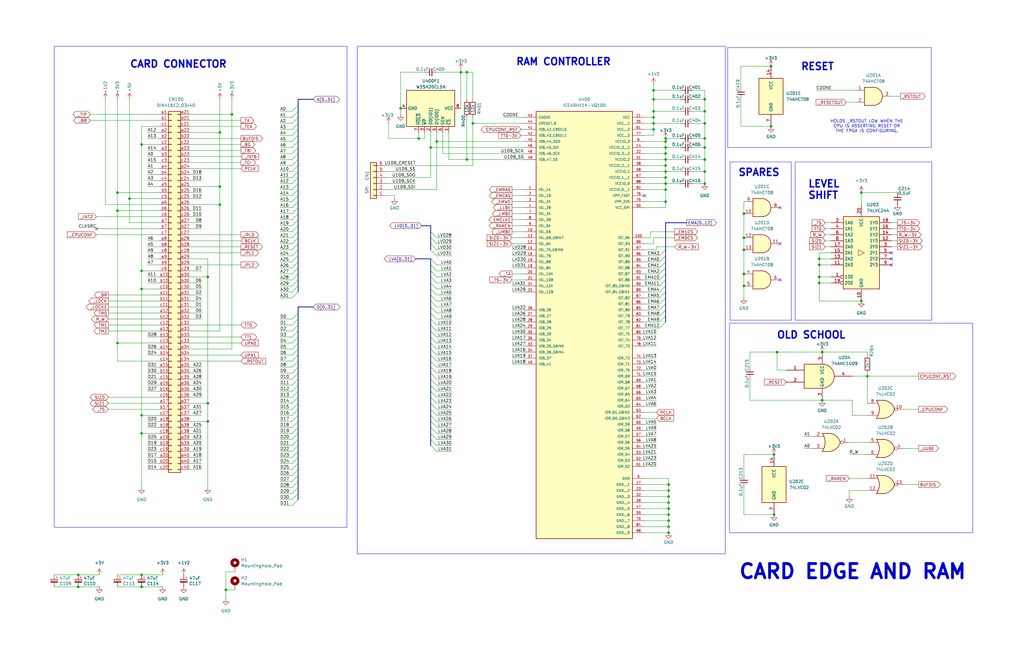
<source format=kicad_sch>
(kicad_sch (version 20231120) (generator "eeschema") (generator_version "8.0")
  (paper "B")
  (title_block (title "AmigaPCI 68040") (date "2024-05-08") (rev "1.0"))
  (junction (at 49.53 88.9))
  (junction (at 297.18 41.91))
  (junction (at 54.61 83.82))
  (junction (at 281.94 204.47))
  (junction (at 363.22 127))
  (junction (at 87.63 170.18))
  (junction (at 281.94 219.71))
  (junction (at 313.69 90.17))
  (junction (at 313.69 120.65))
  (junction (at 59.69 60.96))
  (junction (at 280.67 62.23))
  (junction (at 281.94 217.17))
  (junction (at 325.12 27.94))
  (junction (at 297.18 72.39))
  (junction (at 280.67 74.93))
  (junction (at 280.67 58.42))
  (junction (at 280.67 72.39))
  (junction (at 313.69 115.57))
  (junction (at 275.59 52.07))
  (junction (at 59.69 114.3))
  (junction (at 280.67 85.09))
  (junction (at 281.94 224.79))
  (junction (at 33.02 242.57))
  (junction (at 345.44 119.38))
  (junction (at 345.44 116.84))
  (junction (at 297.18 52.07))
  (junction (at 97.79 48.26))
  (junction (at 49.53 81.28))
  (junction (at 194.31 30.48))
  (junction (at 87.63 116.84))
  (junction (at 199.39 52.07))
  (junction (at 95.25 248.92))
  (junction (at 280.67 77.47))
  (junction (at 327.66 148.59))
  (junction (at 345.44 109.22))
  (junction (at 281.94 222.25))
  (junction (at 59.69 121.92))
  (junction (at 297.18 77.47))
  (junction (at 87.63 177.8))
  (junction (at 281.94 212.09))
  (junction (at 313.69 100.33))
  (junction (at 49.53 144.78))
  (junction (at 297.18 58.42))
  (junction (at 275.59 46.99))
  (junction (at 280.67 67.31))
  (junction (at 181.61 62.23))
  (junction (at 92.71 55.88))
  (junction (at 59.69 182.88))
  (junction (at 281.94 209.55))
  (junction (at 345.44 111.76))
  (junction (at 33.02 247.65))
  (junction (at 280.67 80.01))
  (junction (at 326.39 191.77))
  (junction (at 297.18 67.31))
  (junction (at 346.71 168.91))
  (junction (at 281.94 214.63))
  (junction (at 196.85 67.31))
  (junction (at 59.69 175.26))
  (junction (at 196.85 30.48))
  (junction (at 275.59 49.53))
  (junction (at 363.22 81.28))
  (junction (at 275.59 54.61))
  (junction (at 275.59 41.91))
  (junction (at 365.76 158.75))
  (junction (at 168.91 45.72))
  (junction (at 297.18 62.23))
  (junction (at 92.71 86.36))
  (junction (at 325.12 53.34))
  (junction (at 280.67 64.77))
  (junction (at 59.69 242.57))
  (junction (at 176.53 58.42))
  (junction (at 313.69 105.41))
  (junction (at 326.39 217.17))
  (junction (at 297.18 46.99))
  (junction (at 281.94 207.01))
  (junction (at 280.67 59.69))
  (junction (at 184.15 59.69))
  (junction (at 59.69 247.65))
  (junction (at 275.59 38.1))
  (junction (at 92.71 78.74))
  (junction (at 280.67 69.85))
  (junction (at 346.71 148.59))
  (no_connect (at 328.93 87.63))
  (no_connect (at 375.92 106.68))
  (no_connect (at 328.93 118.11))
  (no_connect (at 328.93 102.87))
  (no_connect (at 271.78 82.55))
  (no_connect (at 375.92 109.22))
  (no_connect (at 375.92 111.76))
  (no_connect (at 40.64 96.52))
  (bus_entry (at 123.19 205.74) (size 2.54 -2.54))
  (bus_entry (at 123.19 46.99) (size 2.54 -2.54))
  (bus_entry (at 123.19 105.41) (size 2.54 -2.54))
  (bus_entry (at 123.19 100.33) (size 2.54 -2.54))
  (bus_entry (at 278.13 115.57) (size 2.54 -2.54))
  (bus_entry (at 123.19 92.71) (size 2.54 -2.54))
  (bus_entry (at 184.15 149.86) (size -2.54 -2.54))
  (bus_entry (at 184.15 132.08) (size -2.54 -2.54))
  (bus_entry (at 184.15 172.72) (size -2.54 -2.54))
  (bus_entry (at 123.19 62.23) (size 2.54 -2.54))
  (bus_entry (at 184.15 187.96) (size -2.54 -2.54))
  (bus_entry (at 184.15 157.48) (size -2.54 -2.54))
  (bus_entry (at 123.19 149.86) (size 2.54 -2.54))
  (bus_entry (at 278.13 118.11) (size 2.54 -2.54))
  (bus_entry (at 123.19 87.63) (size 2.54 -2.54))
  (bus_entry (at 123.19 67.31) (size 2.54 -2.54))
  (bus_entry (at 184.15 129.54) (size -2.54 -2.54))
  (bus_entry (at 184.15 119.38) (size -2.54 -2.54))
  (bus_entry (at 123.19 198.12) (size 2.54 -2.54))
  (bus_entry (at 123.19 175.26) (size 2.54 -2.54))
  (bus_entry (at 278.13 113.03) (size 2.54 -2.54))
  (bus_entry (at 123.19 90.17) (size 2.54 -2.54))
  (bus_entry (at 278.13 123.19) (size 2.54 -2.54))
  (bus_entry (at 184.15 142.24) (size -2.54 -2.54))
  (bus_entry (at 184.15 139.7) (size -2.54 -2.54))
  (bus_entry (at 184.15 116.84) (size -2.54 -2.54))
  (bus_entry (at 123.19 125.73) (size 2.54 -2.54))
  (bus_entry (at 278.13 135.89) (size 2.54 -2.54))
  (bus_entry (at 278.13 128.27) (size 2.54 -2.54))
  (bus_entry (at 278.13 125.73) (size 2.54 -2.54))
  (bus_entry (at 123.19 180.34) (size 2.54 -2.54))
  (bus_entry (at 123.19 52.07) (size 2.54 -2.54))
  (bus_entry (at 181.61 102.87) (size 2.54 2.54))
  (bus_entry (at 123.19 54.61) (size 2.54 -2.54))
  (bus_entry (at 123.19 137.16) (size 2.54 -2.54))
  (bus_entry (at 123.19 177.8) (size 2.54 -2.54))
  (bus_entry (at 123.19 110.49) (size 2.54 -2.54))
  (bus_entry (at 123.19 210.82) (size 2.54 -2.54))
  (bus_entry (at 278.13 120.65) (size 2.54 -2.54))
  (bus_entry (at 123.19 185.42) (size 2.54 -2.54))
  (bus_entry (at 184.15 167.64) (size -2.54 -2.54))
  (bus_entry (at 123.19 165.1) (size 2.54 -2.54))
  (bus_entry (at 123.19 80.01) (size 2.54 -2.54))
  (bus_entry (at 123.19 162.56) (size 2.54 -2.54))
  (bus_entry (at 123.19 157.48) (size 2.54 -2.54))
  (bus_entry (at 184.15 162.56) (size -2.54 -2.54))
  (bus_entry (at 184.15 147.32) (size -2.54 -2.54))
  (bus_entry (at 123.19 144.78) (size 2.54 -2.54))
  (bus_entry (at 123.19 147.32) (size 2.54 -2.54))
  (bus_entry (at 123.19 97.79) (size 2.54 -2.54))
  (bus_entry (at 123.19 208.28) (size 2.54 -2.54))
  (bus_entry (at 184.15 114.3) (size -2.54 -2.54))
  (bus_entry (at 123.19 102.87) (size 2.54 -2.54))
  (bus_entry (at 123.19 154.94) (size 2.54 -2.54))
  (bus_entry (at 123.19 190.5) (size 2.54 -2.54))
  (bus_entry (at 278.13 138.43) (size 2.54 -2.54))
  (bus_entry (at 123.19 74.93) (size 2.54 -2.54))
  (bus_entry (at 123.19 213.36) (size 2.54 -2.54))
  (bus_entry (at 123.19 69.85) (size 2.54 -2.54))
  (bus_entry (at 184.15 175.26) (size -2.54 -2.54))
  (bus_entry (at 123.19 123.19) (size 2.54 -2.54))
  (bus_entry (at 184.15 154.94) (size -2.54 -2.54))
  (bus_entry (at 278.13 133.35) (size 2.54 -2.54))
  (bus_entry (at 184.15 121.92) (size -2.54 -2.54))
  (bus_entry (at 184.15 134.62) (size -2.54 -2.54))
  (bus_entry (at 184.15 160.02) (size -2.54 -2.54))
  (bus_entry (at 123.19 170.18) (size 2.54 -2.54))
  (bus_entry (at 123.19 95.25) (size 2.54 -2.54))
  (bus_entry (at 184.15 124.46) (size -2.54 -2.54))
  (bus_entry (at 123.19 182.88) (size 2.54 -2.54))
  (bus_entry (at 123.19 152.4) (size 2.54 -2.54))
  (bus_entry (at 278.13 110.49) (size 2.54 -2.54))
  (bus_entry (at 184.15 190.5) (size -2.54 -2.54))
  (bus_entry (at 181.61 100.33) (size 2.54 2.54))
  (bus_entry (at 123.19 167.64) (size 2.54 -2.54))
  (bus_entry (at 123.19 142.24) (size 2.54 -2.54))
  (bus_entry (at 123.19 203.2) (size 2.54 -2.54))
  (bus_entry (at 184.15 180.34) (size -2.54 -2.54))
  (bus_entry (at 278.13 107.95) (size 2.54 -2.54))
  (bus_entry (at 123.19 57.15) (size 2.54 -2.54))
  (bus_entry (at 123.19 64.77) (size 2.54 -2.54))
  (bus_entry (at 123.19 59.69) (size 2.54 -2.54))
  (bus_entry (at 184.15 152.4) (size -2.54 -2.54))
  (bus_entry (at 123.19 200.66) (size 2.54 -2.54))
  (bus_entry (at 184.15 111.76) (size -2.54 -2.54))
  (bus_entry (at 123.19 193.04) (size 2.54 -2.54))
  (bus_entry (at 123.19 160.02) (size 2.54 -2.54))
  (bus_entry (at 123.19 77.47) (size 2.54 -2.54))
  (bus_entry (at 184.15 137.16) (size -2.54 -2.54))
  (bus_entry (at 184.15 127) (size -2.54 -2.54))
  (bus_entry (at 184.15 165.1) (size -2.54 -2.54))
  (bus_entry (at 184.15 177.8) (size -2.54 -2.54))
  (bus_entry (at 184.15 170.18) (size -2.54 -2.54))
  (bus_entry (at 123.19 107.95) (size 2.54 -2.54))
  (bus_entry (at 123.19 85.09) (size 2.54 -2.54))
  (bus_entry (at 123.19 139.7) (size 2.54 -2.54))
  (bus_entry (at 123.19 72.39) (size 2.54 -2.54))
  (bus_entry (at 123.19 82.55) (size 2.54 -2.54))
  (bus_entry (at 123.19 49.53) (size 2.54 -2.54))
  (bus_entry (at 181.61 105.41) (size 2.54 2.54))
  (bus_entry (at 123.19 172.72) (size 2.54 -2.54))
  (bus_entry (at 123.19 195.58) (size 2.54 -2.54))
  (bus_entry (at 181.61 97.79) (size 2.54 2.54))
  (bus_entry (at 184.15 185.42) (size -2.54 -2.54))
  (bus_entry (at 123.19 118.11) (size 2.54 -2.54))
  (bus_entry (at 123.19 120.65) (size 2.54 -2.54))
  (bus_entry (at 278.13 130.81) (size 2.54 -2.54))
  (bus_entry (at 123.19 113.03) (size 2.54 -2.54))
  (bus_entry (at 123.19 187.96) (size 2.54 -2.54))
  (bus_entry (at 184.15 182.88) (size -2.54 -2.54))
  (bus_entry (at 123.19 115.57) (size 2.54 -2.54))
  (bus_entry (at 184.15 144.78) (size -2.54 -2.54))
  (bus_entry (at 123.19 134.62) (size 2.54 -2.54))
  (wire (pts (xy 276.86 146.05) (xy 271.78 146.05)))
  (wire (pts (xy 190.5 144.78) (xy 184.15 144.78)))
  (wire (pts (xy 118.11 180.34) (xy 123.19 180.34)))
  (bus (pts (xy 125.73 115.57) (xy 125.73 118.11)))
  (wire (pts (xy 276.86 194.31) (xy 271.78 194.31)))
  (wire (pts (xy 199.39 41.91) (xy 199.39 30.48)))
  (wire (pts (xy 275.59 54.61) (xy 275.59 57.15)))
  (wire (pts (xy 280.67 72.39) (xy 280.67 74.93)))
  (wire (pts (xy 85.09 172.72) (xy 80.01 172.72)))
  (wire (pts (xy 190.5 170.18) (xy 184.15 170.18)))
  (wire (pts (xy 118.11 210.82) (xy 123.19 210.82)))
  (wire (pts (xy 44.45 86.36) (xy 67.31 86.36)))
  (wire (pts (xy 313.69 191.77) (xy 326.39 191.77)))
  (wire (pts (xy 345.44 111.76) (xy 350.52 111.76)))
  (wire (pts (xy 118.11 46.99) (xy 123.19 46.99)))
  (wire (pts (xy 292.1 67.31) (xy 297.18 67.31)))
  (wire (pts (xy 281.94 219.71) (xy 281.94 222.25)))
  (wire (pts (xy 118.11 193.04) (xy 123.19 193.04)))
  (wire (pts (xy 80.01 116.84) (xy 87.63 116.84)))
  (bus (pts (xy 125.73 167.64) (xy 125.73 165.1)))
  (wire (pts (xy 62.23 190.5) (xy 67.31 190.5)))
  (wire (pts (xy 118.11 72.39) (xy 123.19 72.39)))
  (bus (pts (xy 125.73 69.85) (xy 125.73 72.39)))
  (wire (pts (xy 59.69 242.57) (xy 68.58 242.57)))
  (wire (pts (xy 85.09 76.2) (xy 80.01 76.2)))
  (bus (pts (xy 181.61 119.38) (xy 181.61 121.92)))
  (wire (pts (xy 312.42 36.83) (xy 312.42 27.94)))
  (wire (pts (xy 45.72 132.08) (xy 67.31 132.08)))
  (bus (pts (xy 125.73 175.26) (xy 125.73 172.72)))
  (bus (pts (xy 125.73 203.2) (xy 125.73 200.66)))
  (wire (pts (xy 80.01 147.32) (xy 97.79 147.32)))
  (wire (pts (xy 313.69 120.65) (xy 313.69 125.73)))
  (wire (pts (xy 54.61 41.91) (xy 54.61 83.82)))
  (bus (pts (xy 280.67 93.98) (xy 280.67 105.41)))
  (bus (pts (xy 181.61 180.34) (xy 181.61 182.88)))
  (bus (pts (xy 181.61 165.1) (xy 181.61 167.64)))
  (wire (pts (xy 118.11 64.77) (xy 123.19 64.77)))
  (bus (pts (xy 125.73 74.93) (xy 125.73 77.47)))
  (wire (pts (xy 168.91 48.26) (xy 168.91 45.72)))
  (wire (pts (xy 359.41 158.75) (xy 365.76 158.75)))
  (wire (pts (xy 59.69 121.92) (xy 59.69 175.26)))
  (bus (pts (xy 125.73 157.48) (xy 125.73 154.94)))
  (wire (pts (xy 280.67 80.01) (xy 280.67 85.09)))
  (wire (pts (xy 184.15 80.01) (xy 184.15 59.69)))
  (wire (pts (xy 118.11 100.33) (xy 123.19 100.33)))
  (wire (pts (xy 345.44 106.68) (xy 350.52 106.68)))
  (wire (pts (xy 85.09 114.3) (xy 80.01 114.3)))
  (bus (pts (xy 125.73 142.24) (xy 125.73 139.7)))
  (wire (pts (xy 62.23 157.48) (xy 67.31 157.48)))
  (wire (pts (xy 62.23 55.88) (xy 67.31 55.88)))
  (wire (pts (xy 275.59 52.07) (xy 287.02 52.07)))
  (wire (pts (xy 215.9 143.51) (xy 220.98 143.51)))
  (wire (pts (xy 275.59 100.33) (xy 275.59 102.87)))
  (wire (pts (xy 190.5 119.38) (xy 184.15 119.38)))
  (wire (pts (xy 33.02 242.57) (xy 41.91 242.57)))
  (wire (pts (xy 313.69 90.17) (xy 313.69 100.33)))
  (wire (pts (xy 271.78 67.31) (xy 280.67 67.31)))
  (bus (pts (xy 125.73 165.1) (xy 125.73 162.56)))
  (bus (pts (xy 125.73 160.02) (xy 125.73 157.48)))
  (wire (pts (xy 271.78 128.27) (xy 278.13 128.27)))
  (wire (pts (xy 62.23 104.14) (xy 67.31 104.14)))
  (wire (pts (xy 118.11 82.55) (xy 123.19 82.55)))
  (wire (pts (xy 175.26 77.47) (xy 162.56 77.47)))
  (bus (pts (xy 125.73 147.32) (xy 125.73 144.78)))
  (wire (pts (xy 345.44 116.84) (xy 345.44 119.38)))
  (wire (pts (xy 92.71 86.36) (xy 92.71 139.7)))
  (bus (pts (xy 125.73 170.18) (xy 125.73 167.64)))
  (wire (pts (xy 274.32 97.79) (xy 284.48 97.79)))
  (wire (pts (xy 215.9 102.87) (xy 220.98 102.87)))
  (wire (pts (xy 85.09 73.66) (xy 80.01 73.66)))
  (wire (pts (xy 80.01 106.68) (xy 101.6 106.68)))
  (bus (pts (xy 125.73 185.42) (xy 125.73 182.88)))
  (wire (pts (xy 297.18 58.42) (xy 297.18 62.23)))
  (wire (pts (xy 280.67 67.31) (xy 280.67 69.85)))
  (wire (pts (xy 276.86 143.51) (xy 271.78 143.51)))
  (wire (pts (xy 271.78 204.47) (xy 281.94 204.47)))
  (wire (pts (xy 276.86 104.14) (xy 284.48 104.14)))
  (wire (pts (xy 190.5 111.76) (xy 184.15 111.76)))
  (wire (pts (xy 59.69 247.65) (xy 68.58 247.65)))
  (wire (pts (xy 62.23 101.6) (xy 67.31 101.6)))
  (wire (pts (xy 181.61 74.93) (xy 162.56 74.93)))
  (wire (pts (xy 271.78 49.53) (xy 275.59 49.53)))
  (bus (pts (xy 181.61 134.62) (xy 181.61 137.16)))
  (wire (pts (xy 297.18 41.91) (xy 297.18 38.1)))
  (wire (pts (xy 189.23 67.31) (xy 196.85 67.31)))
  (wire (pts (xy 292.1 52.07) (xy 297.18 52.07)))
  (bus (pts (xy 181.61 182.88) (xy 181.61 185.42)))
  (wire (pts (xy 62.23 165.1) (xy 67.31 165.1)))
  (wire (pts (xy 62.23 149.86) (xy 67.31 149.86)))
  (wire (pts (xy 280.67 77.47) (xy 287.02 77.47)))
  (wire (pts (xy 118.11 62.23) (xy 123.19 62.23)))
  (wire (pts (xy 190.5 124.46) (xy 184.15 124.46)))
  (wire (pts (xy 85.09 180.34) (xy 80.01 180.34)))
  (wire (pts (xy 85.09 124.46) (xy 80.01 124.46)))
  (wire (pts (xy 168.91 45.72) (xy 168.91 30.48)))
  (wire (pts (xy 190.5 149.86) (xy 184.15 149.86)))
  (wire (pts (xy 271.78 135.89) (xy 278.13 135.89)))
  (bus (pts (xy 181.61 144.78) (xy 181.61 147.32)))
  (wire (pts (xy 194.31 30.48) (xy 184.15 30.48)))
  (wire (pts (xy 281.94 209.55) (xy 281.94 212.09)))
  (wire (pts (xy 326.39 217.17) (xy 313.69 217.17)))
  (wire (pts (xy 276.86 151.13) (xy 271.78 151.13)))
  (wire (pts (xy 190.5 147.32) (xy 184.15 147.32)))
  (wire (pts (xy 118.11 77.47) (xy 123.19 77.47)))
  (bus (pts (xy 181.61 109.22) (xy 181.61 111.76)))
  (wire (pts (xy 271.78 105.41) (xy 276.86 105.41)))
  (bus (pts (xy 125.73 208.28) (xy 125.73 205.74)))
  (wire (pts (xy 80.01 152.4) (xy 101.6 152.4)))
  (wire (pts (xy 190.5 134.62) (xy 184.15 134.62)))
  (wire (pts (xy 80.01 144.78) (xy 101.6 144.78)))
  (wire (pts (xy 40.64 96.52) (xy 67.31 96.52)))
  (wire (pts (xy 118.11 120.65) (xy 123.19 120.65)))
  (wire (pts (xy 85.09 134.62) (xy 80.01 134.62)))
  (wire (pts (xy 85.09 187.96) (xy 80.01 187.96)))
  (wire (pts (xy 271.78 69.85) (xy 280.67 69.85)))
  (wire (pts (xy 347.98 99.06) (xy 350.52 99.06)))
  (wire (pts (xy 345.44 127) (xy 363.22 127)))
  (wire (pts (xy 313.69 115.57) (xy 313.69 120.65)))
  (wire (pts (xy 49.53 152.4) (xy 49.53 144.78)))
  (wire (pts (xy 276.86 184.15) (xy 271.78 184.15)))
  (wire (pts (xy 271.78 120.65) (xy 278.13 120.65)))
  (wire (pts (xy 276.86 166.37) (xy 271.78 166.37)))
  (bus (pts (xy 125.73 210.82) (xy 125.73 208.28)))
  (wire (pts (xy 199.39 52.07) (xy 199.39 49.53)))
  (wire (pts (xy 275.59 46.99) (xy 275.59 49.53)))
  (wire (pts (xy 271.78 212.09) (xy 281.94 212.09)))
  (wire (pts (xy 281.94 207.01) (xy 281.94 209.55)))
  (bus (pts (xy 125.73 72.39) (xy 125.73 74.93)))
  (wire (pts (xy 378.46 104.14) (xy 375.92 104.14)))
  (wire (pts (xy 184.15 102.87) (xy 190.5 102.87)))
  (wire (pts (xy 80.01 177.8) (xy 87.63 177.8)))
  (wire (pts (xy 62.23 187.96) (xy 67.31 187.96)))
  (wire (pts (xy 85.09 175.26) (xy 80.01 175.26)))
  (wire (pts (xy 118.11 187.96) (xy 123.19 187.96)))
  (wire (pts (xy 275.59 35.56) (xy 275.59 38.1)))
  (wire (pts (xy 365.76 158.75) (xy 365.76 170.18)))
  (wire (pts (xy 62.23 116.84) (xy 67.31 116.84)))
  (wire (pts (xy 375.92 40.64) (xy 379.73 40.64)))
  (wire (pts (xy 378.46 96.52) (xy 375.92 96.52)))
  (wire (pts (xy 365.76 158.75) (xy 365.76 157.48)))
  (wire (pts (xy 190.5 142.24) (xy 184.15 142.24)))
  (wire (pts (xy 162.56 82.55) (xy 166.37 82.55)))
  (wire (pts (xy 118.11 85.09) (xy 123.19 85.09)))
  (wire (pts (xy 346.71 148.59) (xy 365.76 148.59)))
  (wire (pts (xy 271.78 85.09) (xy 280.67 85.09)))
  (wire (pts (xy 95.25 241.3) (xy 95.25 248.92)))
  (wire (pts (xy 280.67 58.42) (xy 280.67 59.69)))
  (wire (pts (xy 378.46 93.98) (xy 375.92 93.98)))
  (wire (pts (xy 378.46 99.06) (xy 375.92 99.06)))
  (wire (pts (xy 347.98 96.52) (xy 350.52 96.52)))
  (wire (pts (xy 215.9 95.25) (xy 220.98 95.25)))
  (wire (pts (xy 95.25 248.92) (xy 99.06 248.92)))
  (wire (pts (xy 190.5 182.88) (xy 184.15 182.88)))
  (wire (pts (xy 95.25 248.92) (xy 95.25 252.73)))
  (wire (pts (xy 339.09 184.15) (xy 342.9 184.15)))
  (bus (pts (xy 181.61 102.87) (xy 181.61 100.33)))
  (wire (pts (xy 118.11 198.12) (xy 123.19 198.12)))
  (bus (pts (xy 125.73 77.47) (xy 125.73 80.01)))
  (wire (pts (xy 59.69 175.26) (xy 67.31 175.26)))
  (wire (pts (xy 190.5 187.96) (xy 184.15 187.96)))
  (wire (pts (xy 59.69 182.88) (xy 59.69 205.74)))
  (wire (pts (xy 313.69 85.09) (xy 313.69 90.17)))
  (wire (pts (xy 45.72 167.64) (xy 67.31 167.64)))
  (wire (pts (xy 85.09 190.5) (xy 80.01 190.5)))
  (wire (pts (xy 345.44 111.76) (xy 345.44 116.84)))
  (wire (pts (xy 297.18 58.42) (xy 297.18 52.07)))
  (wire (pts (xy 44.45 41.91) (xy 44.45 86.36)))
  (wire (pts (xy 347.98 104.14) (xy 350.52 104.14)))
  (wire (pts (xy 62.23 142.24) (xy 67.31 142.24)))
  (wire (pts (xy 118.11 107.95) (xy 123.19 107.95)))
  (bus (pts (xy 181.61 124.46) (xy 181.61 127)))
  (wire (pts (xy 199.39 69.85) (xy 199.39 52.07)))
  (bus (pts (xy 125.73 144.78) (xy 125.73 142.24)))
  (wire (pts (xy 280.67 77.47) (xy 280.67 80.01)))
  (wire (pts (xy 80.01 78.74) (xy 92.71 78.74)))
  (bus (pts (xy 181.61 139.7) (xy 181.61 142.24)))
  (wire (pts (xy 118.11 208.28) (xy 123.19 208.28)))
  (wire (pts (xy 118.11 182.88) (xy 123.19 182.88)))
  (wire (pts (xy 80.01 111.76) (xy 101.6 111.76)))
  (wire (pts (xy 381 172.72) (xy 387.35 172.72)))
  (wire (pts (xy 118.11 162.56) (xy 123.19 162.56)))
  (wire (pts (xy 276.86 173.99) (xy 271.78 173.99)))
  (bus (pts (xy 181.61 154.94) (xy 181.61 157.48)))
  (bus (pts (xy 125.73 41.91) (xy 125.73 44.45)))
  (wire (pts (xy 215.9 140.97) (xy 220.98 140.97)))
  (wire (pts (xy 271.78 62.23) (xy 280.67 62.23)))
  (wire (pts (xy 190.5 167.64) (xy 184.15 167.64)))
  (wire (pts (xy 325.12 53.34) (xy 312.42 53.34)))
  (bus (pts (xy 125.73 105.41) (xy 125.73 107.95)))
  (wire (pts (xy 85.09 91.44) (xy 80.01 91.44)))
  (bus (pts (xy 280.67 107.95) (xy 280.67 110.49)))
  (wire (pts (xy 80.01 142.24) (xy 101.6 142.24)))
  (wire (pts (xy 215.9 113.03) (xy 220.98 113.03)))
  (wire (pts (xy 59.69 175.26) (xy 59.69 182.88)))
  (wire (pts (xy 190.5 127) (xy 184.15 127)))
  (wire (pts (xy 80.01 68.58) (xy 101.6 68.58)))
  (wire (pts (xy 194.31 45.72) (xy 194.31 30.48)))
  (wire (pts (xy 215.9 135.89) (xy 220.98 135.89)))
  (wire (pts (xy 219.71 54.61) (xy 220.98 54.61)))
  (bus (pts (xy 125.73 205.74) (xy 125.73 203.2)))
  (wire (pts (xy 274.32 97.79) (xy 274.32 100.33)))
  (wire (pts (xy 190.5 177.8) (xy 184.15 177.8)))
  (bus (pts (xy 125.73 137.16) (xy 125.73 134.62)))
  (wire (pts (xy 280.67 62.23) (xy 280.67 64.77)))
  (wire (pts (xy 118.11 57.15) (xy 123.19 57.15)))
  (wire (pts (xy 59.69 53.34) (xy 67.31 53.34)))
  (wire (pts (xy 118.11 123.19) (xy 123.19 123.19)))
  (wire (pts (xy 190.5 114.3) (xy 184.15 114.3)))
  (wire (pts (xy 316.23 148.59) (xy 316.23 154.94)))
  (bus (pts (xy 125.73 59.69) (xy 125.73 62.23)))
  (bus (pts (xy 181.61 121.92) (xy 181.61 124.46)))
  (wire (pts (xy 85.09 119.38) (xy 80.01 119.38)))
  (bus (pts (xy 125.73 152.4) (xy 125.73 149.86)))
  (wire (pts (xy 312.42 53.34) (xy 312.42 41.91)))
  (bus (pts (xy 125.73 180.34) (xy 125.73 177.8)))
  (wire (pts (xy 271.78 64.77) (xy 280.67 64.77)))
  (wire (pts (xy 190.5 180.34) (xy 184.15 180.34)))
  (bus (pts (xy 125.73 92.71) (xy 125.73 95.25)))
  (bus (pts (xy 125.73 120.65) (xy 125.73 123.19)))
  (wire (pts (xy 22.86 247.65) (xy 33.02 247.65)))
  (wire (pts (xy 85.09 198.12) (xy 80.01 198.12)))
  (wire (pts (xy 85.09 182.88) (xy 80.01 182.88)))
  (wire (pts (xy 358.14 209.55) (xy 358.14 207.01)))
  (wire (pts (xy 281.94 217.17) (xy 281.94 219.71)))
  (wire (pts (xy 292.1 77.47) (xy 297.18 77.47)))
  (wire (pts (xy 85.09 165.1) (xy 80.01 165.1)))
  (wire (pts (xy 281.94 214.63) (xy 281.94 217.17)))
  (wire (pts (xy 85.09 167.64) (xy 80.01 167.64)))
  (bus (pts (xy 181.61 175.26) (xy 181.61 177.8)))
  (wire (pts (xy 85.09 96.52) (xy 80.01 96.52)))
  (bus (pts (xy 181.61 109.22) (xy 175.26 109.22)))
  (wire (pts (xy 62.23 68.58) (xy 67.31 68.58)))
  (wire (pts (xy 275.59 38.1) (xy 287.02 38.1)))
  (bus (pts (xy 181.61 157.48) (xy 181.61 160.02)))
  (wire (pts (xy 85.09 160.02) (xy 80.01 160.02)))
  (wire (pts (xy 297.18 52.07) (xy 297.18 46.99)))
  (wire (pts (xy 85.09 132.08) (xy 80.01 132.08)))
  (wire (pts (xy 215.9 92.71) (xy 220.98 92.71)))
  (wire (pts (xy 80.01 58.42) (xy 101.6 58.42)))
  (bus (pts (xy 280.67 123.19) (xy 280.67 125.73)))
  (wire (pts (xy 176.53 55.88) (xy 176.53 58.42)))
  (bus (pts (xy 125.73 62.23) (xy 125.73 64.77)))
  (wire (pts (xy 275.59 46.99) (xy 287.02 46.99)))
  (bus (pts (xy 125.73 113.03) (xy 125.73 115.57)))
  (wire (pts (xy 45.72 124.46) (xy 67.31 124.46)))
  (wire (pts (xy 274.32 100.33) (xy 271.78 100.33)))
  (wire (pts (xy 190.5 157.48) (xy 184.15 157.48)))
  (wire (pts (xy 312.42 27.94) (xy 325.12 27.94)))
  (wire (pts (xy 292.1 58.42) (xy 297.18 58.42)))
  (bus (pts (xy 181.61 132.08) (xy 181.61 134.62)))
  (wire (pts (xy 59.69 121.92) (xy 67.31 121.92)))
  (wire (pts (xy 215.9 153.67) (xy 220.98 153.67)))
  (wire (pts (xy 271.78 107.95) (xy 278.13 107.95)))
  (wire (pts (xy 275.59 41.91) (xy 287.02 41.91)))
  (wire (pts (xy 281.94 201.93) (xy 281.94 204.47)))
  (wire (pts (xy 297.18 46.99) (xy 297.18 41.91)))
  (wire (pts (xy 80.01 55.88) (xy 92.71 55.88)))
  (wire (pts (xy 80.01 99.06) (xy 101.6 99.06)))
  (wire (pts (xy 62.23 78.74) (xy 67.31 78.74)))
  (wire (pts (xy 331.47 156.21) (xy 327.66 156.21)))
  (wire (pts (xy 271.78 130.81) (xy 278.13 130.81)))
  (wire (pts (xy 162.56 69.85) (xy 199.39 69.85)))
  (wire (pts (xy 67.31 93.98) (xy 54.61 93.98)))
  (wire (pts (xy 271.78 214.63) (xy 281.94 214.63)))
  (wire (pts (xy 196.85 30.48) (xy 199.39 30.48)))
  (wire (pts (xy 179.07 55.88) (xy 179.07 58.42)))
  (wire (pts (xy 359.41 168.91) (xy 359.41 175.26)))
  (wire (pts (xy 316.23 168.91) (xy 346.71 168.91)))
  (wire (pts (xy 271.78 209.55) (xy 281.94 209.55)))
  (wire (pts (xy 271.78 77.47) (xy 280.67 77.47)))
  (wire (pts (xy 345.44 119.38) (xy 345.44 127)))
  (wire (pts (xy 186.69 64.77) (xy 220.98 64.77)))
  (bus (pts (xy 125.73 190.5) (xy 125.73 187.96)))
  (wire (pts (xy 215.9 115.57) (xy 220.98 115.57)))
  (wire (pts (xy 80.01 101.6) (xy 101.6 101.6)))
  (bus (pts (xy 181.61 185.42) (xy 181.61 187.96)))
  (wire (pts (xy 62.23 58.42) (xy 67.31 58.42)))
  (wire (pts (xy 280.67 62.23) (xy 287.02 62.23)))
  (wire (pts (xy 59.69 114.3) (xy 67.31 114.3)))
  (wire (pts (xy 181.61 62.23) (xy 181.61 74.93)))
  (wire (pts (xy 49.53 247.65) (xy 59.69 247.65)))
  (wire (pts (xy 212.09 49.53) (xy 220.98 49.53)))
  (wire (pts (xy 80.01 48.26) (xy 97.79 48.26)))
  (wire (pts (xy 85.09 127) (xy 80.01 127)))
  (wire (pts (xy 184.15 55.88) (xy 184.15 59.69)))
  (wire (pts (xy 80.01 137.16) (xy 101.6 137.16)))
  (wire (pts (xy 350.52 109.22) (xy 345.44 109.22)))
  (bus (pts (xy 280.67 130.81) (xy 280.67 133.35)))
  (wire (pts (xy 118.11 97.79) (xy 123.19 97.79)))
  (wire (pts (xy 280.67 58.42) (xy 287.02 58.42)))
  (bus (pts (xy 181.61 127) (xy 181.61 129.54)))
  (bus (pts (xy 181.61 111.76) (xy 181.61 114.3)))
  (wire (pts (xy 45.72 172.72) (xy 67.31 172.72)))
  (wire (pts (xy 118.11 113.03) (xy 123.19 113.03)))
  (wire (pts (xy 381 189.23) (xy 387.35 189.23)))
  (wire (pts (xy 215.9 138.43) (xy 220.98 138.43)))
  (bus (pts (xy 125.73 52.07) (xy 125.73 54.61)))
  (wire (pts (xy 118.11 134.62) (xy 123.19 134.62)))
  (wire (pts (xy 163.83 52.07) (xy 163.83 58.42)))
  (wire (pts (xy 199.39 52.07) (xy 220.98 52.07)))
  (bus (pts (xy 181.61 160.02) (xy 181.61 162.56)))
  (bus (pts (xy 181.61 116.84) (xy 181.61 119.38)))
  (bus (pts (xy 125.73 57.15) (xy 125.73 59.69)))
  (wire (pts (xy 339.09 189.23) (xy 342.9 189.23)))
  (wire (pts (xy 190.5 121.92) (xy 184.15 121.92)))
  (wire (pts (xy 163.83 58.42) (xy 176.53 58.42)))
  (wire (pts (xy 45.72 139.7) (xy 67.31 139.7)))
  (bus (pts (xy 181.61 172.72) (xy 181.61 175.26)))
  (wire (pts (xy 168.91 30.48) (xy 179.07 30.48)))
  (wire (pts (xy 359.41 175.26) (xy 365.76 175.26)))
  (wire (pts (xy 54.61 83.82) (xy 67.31 83.82)))
  (wire (pts (xy 118.11 90.17) (xy 123.19 90.17)))
  (wire (pts (xy 118.11 80.01) (xy 123.19 80.01)))
  (wire (pts (xy 189.23 67.31) (xy 189.23 55.88)))
  (bus (pts (xy 181.61 147.32) (xy 181.61 149.86)))
  (bus (pts (xy 125.73 67.31) (xy 125.73 69.85)))
  (wire (pts (xy 62.23 111.76) (xy 67.31 111.76)))
  (wire (pts (xy 186.69 64.77) (xy 186.69 55.88)))
  (wire (pts (xy 344.17 38.1) (xy 360.68 38.1)))
  (wire (pts (xy 271.78 201.93) (xy 281.94 201.93)))
  (wire (pts (xy 313.69 217.17) (xy 313.69 205.74)))
  (bus (pts (xy 181.61 129.54) (xy 181.61 132.08)))
  (wire (pts (xy 275.59 38.1) (xy 275.59 41.91)))
  (wire (pts (xy 40.64 99.06) (xy 67.31 99.06)))
  (wire (pts (xy 80.01 50.8) (xy 101.6 50.8)))
  (wire (pts (xy 62.23 63.5) (xy 67.31 63.5)))
  (wire (pts (xy 215.9 130.81) (xy 220.98 130.81)))
  (wire (pts (xy 85.09 129.54) (xy 80.01 129.54)))
  (wire (pts (xy 92.71 139.7) (xy 80.01 139.7)))
  (wire (pts (xy 118.11 102.87) (xy 123.19 102.87)))
  (wire (pts (xy 118.11 147.32) (xy 123.19 147.32)))
  (wire (pts (xy 276.86 105.41) (xy 276.86 104.14)))
  (wire (pts (xy 276.86 161.29) (xy 271.78 161.29)))
  (wire (pts (xy 85.09 83.82) (xy 80.01 83.82)))
  (wire (pts (xy 184.15 105.41) (xy 190.5 105.41)))
  (wire (pts (xy 281.94 204.47) (xy 281.94 207.01)))
  (wire (pts (xy 275.59 100.33) (xy 284.48 100.33)))
  (wire (pts (xy 280.67 64.77) (xy 280.67 67.31)))
  (bus (pts (xy 125.73 154.94) (xy 125.73 152.4)))
  (wire (pts (xy 85.09 185.42) (xy 80.01 185.42)))
  (wire (pts (xy 190.5 129.54) (xy 184.15 129.54)))
  (wire (pts (xy 62.23 106.68) (xy 67.31 106.68)))
  (wire (pts (xy 85.09 121.92) (xy 80.01 121.92)))
  (wire (pts (xy 118.11 118.11) (xy 123.19 118.11)))
  (wire (pts (xy 59.69 60.96) (xy 59.69 114.3)))
  (wire (pts (xy 313.69 100.33) (xy 313.69 105.41)))
  (wire (pts (xy 358.14 191.77) (xy 365.76 191.77)))
  (bus (pts (xy 181.61 167.64) (xy 181.61 170.18)))
  (wire (pts (xy 358.14 201.93) (xy 365.76 201.93)))
  (wire (pts (xy 62.23 73.66) (xy 67.31 73.66)))
  (wire (pts (xy 118.11 115.57) (xy 123.19 115.57)))
  (wire (pts (xy 280.67 74.93) (xy 280.67 77.47)))
  (wire (pts (xy 280.67 69.85) (xy 280.67 72.39)))
  (bus (pts (xy 125.73 87.63) (xy 125.73 90.17)))
  (bus (pts (xy 125.73 195.58) (xy 125.73 193.04)))
  (wire (pts (xy 271.78 123.19) (xy 278.13 123.19)))
  (wire (pts (xy 313.69 105.41) (xy 313.69 115.57)))
  (wire (pts (xy 190.5 185.42) (xy 184.15 185.42)))
  (wire (pts (xy 190.5 175.26) (xy 184.15 175.26)))
  (wire (pts (xy 118.11 142.24) (xy 123.19 142.24)))
  (bus (pts (xy 125.73 54.61) (xy 125.73 57.15)))
  (wire (pts (xy 346.71 168.91) (xy 359.41 168.91)))
  (wire (pts (xy 118.11 213.36) (xy 123.19 213.36)))
  (wire (pts (xy 166.37 82.55) (xy 166.37 83.82)))
  (wire (pts (xy 215.9 146.05) (xy 220.98 146.05)))
  (wire (pts (xy 280.67 85.09) (xy 280.67 87.63)))
  (wire (pts (xy 87.63 177.8) (xy 87.63 205.74)))
  (wire (pts (xy 118.11 165.1) (xy 123.19 165.1)))
  (wire (pts (xy 281.94 222.25) (xy 281.94 224.79)))
  (bus (pts (xy 125.73 118.11) (xy 125.73 120.65)))
  (wire (pts (xy 45.72 137.16) (xy 67.31 137.16)))
  (bus (pts (xy 181.61 114.3) (xy 181.61 116.84)))
  (wire (pts (xy 280.67 72.39) (xy 287.02 72.39)))
  (wire (pts (xy 22.86 242.57) (xy 33.02 242.57)))
  (wire (pts (xy 215.9 87.63) (xy 220.98 87.63)))
  (bus (pts (xy 125.73 49.53) (xy 125.73 52.07)))
  (wire (pts (xy 59.69 60.96) (xy 67.31 60.96)))
  (wire (pts (xy 215.9 82.55) (xy 220.98 82.55)))
  (bus (pts (xy 125.73 95.25) (xy 125.73 97.79)))
  (wire (pts (xy 276.86 181.61) (xy 271.78 181.61)))
  (bus (pts (xy 280.67 113.03) (xy 280.67 115.57)))
  (wire (pts (xy 271.78 54.61) (xy 275.59 54.61)))
  (wire (pts (xy 62.23 195.58) (xy 67.31 195.58)))
  (wire (pts (xy 118.11 205.74) (xy 123.19 205.74)))
  (wire (pts (xy 215.9 151.13) (xy 220.98 151.13)))
  (wire (pts (xy 80.01 109.22) (xy 87.63 109.22)))
  (bus (pts (xy 280.67 133.35) (xy 280.67 135.89)))
  (wire (pts (xy 118.11 200.66) (xy 123.19 200.66)))
  (bus (pts (xy 125.73 149.86) (xy 125.73 147.32)))
  (bus (pts (xy 181.61 100.33) (xy 181.61 97.79)))
  (wire (pts (xy 358.14 207.01) (xy 365.76 207.01)))
  (wire (pts (xy 276.86 153.67) (xy 271.78 153.67)))
  (wire (pts (xy 118.11 69.85) (xy 123.19 69.85)))
  (wire (pts (xy 118.11 49.53) (xy 123.19 49.53)))
  (wire (pts (xy 276.86 156.21) (xy 271.78 156.21)))
  (wire (pts (xy 190.5 162.56) (xy 184.15 162.56)))
  (wire (pts (xy 358.14 186.69) (xy 365.76 186.69)))
  (wire (pts (xy 62.23 177.8) (xy 67.31 177.8)))
  (wire (pts (xy 92.71 41.91) (xy 92.71 55.88)))
  (wire (pts (xy 62.23 180.34) (xy 67.31 180.34)))
  (wire (pts (xy 220.98 62.23) (xy 181.61 62.23)))
  (wire (pts (xy 54.61 83.82) (xy 54.61 93.98)))
  (wire (pts (xy 297.18 38.1) (xy 292.1 38.1)))
  (bus (pts (xy 280.67 125.73) (xy 280.67 128.27)))
  (wire (pts (xy 97.79 48.26) (xy 97.79 147.32)))
  (wire (pts (xy 215.9 123.19) (xy 220.98 123.19)))
  (wire (pts (xy 276.86 176.53) (xy 271.78 176.53)))
  (wire (pts (xy 118.11 67.31) (xy 123.19 67.31)))
  (wire (pts (xy 118.11 190.5) (xy 123.19 190.5)))
  (wire (pts (xy 176.53 58.42) (xy 179.07 58.42)))
  (wire (pts (xy 190.5 190.5) (xy 184.15 190.5)))
  (wire (pts (xy 118.11 52.07) (xy 123.19 52.07)))
  (wire (pts (xy 190.5 160.02) (xy 184.15 160.02)))
  (wire (pts (xy 356.87 43.18) (xy 360.68 43.18)))
  (bus (pts (xy 181.61 105.41) (xy 181.61 102.87)))
  (bus (pts (xy 125.73 90.17) (xy 125.73 92.71)))
  (wire (pts (xy 118.11 154.94) (xy 123.19 154.94)))
  (wire (pts (xy 62.23 76.2) (xy 67.31 76.2)))
  (bus (pts (xy 125.73 41.91) (xy 132.08 41.91)))
  (wire (pts (xy 49.53 144.78) (xy 67.31 144.78)))
  (wire (pts (xy 67.31 152.4) (xy 49.53 152.4)))
  (wire (pts (xy 45.72 134.62) (xy 67.31 134.62)))
  (wire (pts (xy 276.86 189.23) (xy 271.78 189.23)))
  (wire (pts (xy 45.72 170.18) (xy 67.31 170.18)))
  (wire (pts (xy 292.1 62.23) (xy 297.18 62.23)))
  (wire (pts (xy 175.26 72.39) (xy 162.56 72.39)))
  (wire (pts (xy 181.61 62.23) (xy 181.61 55.88)))
  (wire (pts (xy 190.5 154.94) (xy 184.15 154.94)))
  (wire (pts (xy 276.86 191.77) (xy 271.78 191.77)))
  (wire (pts (xy 33.02 247.65) (xy 41.91 247.65)))
  (wire (pts (xy 215.9 120.65) (xy 220.98 120.65)))
  (bus (pts (xy 125.73 102.87) (xy 125.73 105.41)))
  (wire (pts (xy 363.22 81.28) (xy 363.22 86.36)))
  (wire (pts (xy 271.78 52.07) (xy 275.59 52.07)))
  (wire (pts (xy 49.53 41.91) (xy 49.53 81.28)))
  (wire (pts (xy 215.9 133.35) (xy 220.98 133.35)))
  (wire (pts (xy 215.9 110.49) (xy 220.98 110.49)))
  (wire (pts (xy 87.63 116.84) (xy 87.63 170.18)))
  (wire (pts (xy 92.71 55.88) (xy 92.71 78.74)))
  (wire (pts (xy 45.72 129.54) (xy 67.31 129.54)))
  (wire (pts (xy 215.9 148.59) (xy 220.98 148.59)))
  (wire (pts (xy 62.23 162.56) (xy 67.31 162.56)))
  (bus (pts (xy 125.73 107.95) (xy 125.73 110.49)))
  (bus (pts (xy 280.67 115.57) (xy 280.67 118.11)))
  (wire (pts (xy 345.44 109.22) (xy 345.44 106.68)))
  (wire (pts (xy 215.9 107.95) (xy 220.98 107.95)))
  (wire (pts (xy 80.01 60.96) (xy 101.6 60.96)))
  (bus (pts (xy 181.61 149.86) (xy 181.61 152.4)))
  (wire (pts (xy 327.66 148.59) (xy 316.23 148.59)))
  (wire (pts (xy 276.86 196.85) (xy 271.78 196.85)))
  (bus (pts (xy 181.61 152.4) (xy 181.61 154.94)))
  (wire (pts (xy 85.09 193.04) (xy 80.01 193.04)))
  (wire (pts (xy 190.5 132.08) (xy 184.15 132.08)))
  (wire (pts (xy 347.98 101.6) (xy 350.52 101.6)))
  (bus (pts (xy 125.73 46.99) (xy 125.73 49.53)))
  (bus (pts (xy 125.73 97.79) (xy 125.73 100.33)))
  (wire (pts (xy 387.35 204.47) (xy 381 204.47)))
  (wire (pts (xy 276.86 186.69) (xy 271.78 186.69)))
  (wire (pts (xy 80.01 53.34) (xy 101.6 53.34)))
  (wire (pts (xy 215.9 80.01) (xy 220.98 80.01)))
  (wire (pts (xy 118.11 172.72) (xy 123.19 172.72)))
  (bus (pts (xy 125.73 85.09) (xy 125.73 87.63)))
  (wire (pts (xy 378.46 81.28) (xy 363.22 81.28)))
  (bus (pts (xy 280.67 120.65) (xy 280.67 123.19)))
  (wire (pts (xy 118.11 195.58) (xy 123.19 195.58)))
  (wire (pts (xy 276.86 171.45) (xy 271.78 171.45)))
  (wire (pts (xy 85.09 162.56) (xy 80.01 162.56)))
  (wire (pts (xy 280.67 67.31) (xy 287.02 67.31)))
  (wire (pts (xy 118.11 92.71) (xy 123.19 92.71)))
  (wire (pts (xy 118.11 160.02) (xy 123.19 160.02)))
  (wire (pts (xy 80.01 71.12) (xy 101.6 71.12)))
  (wire (pts (xy 215.9 97.79) (xy 220.98 97.79)))
  (wire (pts (xy 271.78 125.73) (xy 278.13 125.73)))
  (wire (pts (xy 184.15 107.95) (xy 190.5 107.95)))
  (wire (pts (xy 118.11 105.41) (xy 123.19 105.41)))
  (wire (pts (xy 271.78 57.15) (xy 275.59 57.15)))
  (wire (pts (xy 62.23 119.38) (xy 67.31 119.38)))
  (wire (pts (xy 80.01 170.18) (xy 87.63 170.18)))
  (wire (pts (xy 196.85 30.48) (xy 194.31 30.48)))
  (wire (pts (xy 85.09 154.94) (xy 80.01 154.94)))
  (wire (pts (xy 215.9 105.41) (xy 220.98 105.41)))
  (wire (pts (xy 345.44 119.38) (xy 350.52 119.38)))
  (wire (pts (xy 62.23 109.22) (xy 67.31 109.22)))
  (wire (pts (xy 118.11 177.8) (xy 123.19 177.8)))
  (wire (pts (xy 276.86 158.75) (xy 271.78 158.75)))
  (wire (pts (xy 219.71 57.15) (xy 220.98 57.15)))
  (wire (pts (xy 275.59 49.53) (xy 275.59 52.07)))
  (wire (pts (xy 297.18 62.23) (xy 297.18 67.31)))
  (wire (pts (xy 271.78 115.57) (xy 278.13 115.57)))
  (wire (pts (xy 271.78 110.49) (xy 278.13 110.49)))
  (wire (pts (xy 184.15 59.69) (xy 220.98 59.69)))
  (wire (pts (xy 297.18 67.31) (xy 297.18 72.39)))
  (wire (pts (xy 118.11 54.61) (xy 123.19 54.61)))
  (wire (pts (xy 215.9 118.11) (xy 220.98 118.11)))
  (bus (pts (xy 125.73 80.01) (xy 125.73 82.55)))
  (wire (pts (xy 49.53 88.9) (xy 67.31 88.9)))
  (wire (pts (xy 313.69 200.66) (xy 313.69 191.77)))
  (bus (pts (xy 125.73 198.12) (xy 125.73 195.58)))
  (wire (pts (xy 62.23 185.42) (xy 67.31 185.42)))
  (wire (pts (xy 280.67 59.69) (xy 280.67 62.23)))
  (wire (pts (xy 271.78 133.35) (xy 278.13 133.35)))
  (wire (pts (xy 271.78 74.93) (xy 280.67 74.93)))
  (bus (pts (xy 125.73 187.96) (xy 125.73 185.42)))
  (wire (pts (xy 196.85 30.48) (xy 196.85 41.91)))
  (wire (pts (xy 276.86 163.83) (xy 271.78 163.83)))
  (wire (pts (xy 215.9 90.17) (xy 220.98 90.17)))
  (wire (pts (xy 271.78 224.79) (xy 281.94 224.79)))
  (wire (pts (xy 271.78 219.71) (xy 281.94 219.71)))
  (wire (pts (xy 85.09 157.48) (xy 80.01 157.48)))
  (wire (pts (xy 118.11 152.4) (xy 123.19 152.4)))
  (wire (pts (xy 271.78 217.17) (xy 281.94 217.17)))
  (wire (pts (xy 59.69 182.88) (xy 67.31 182.88)))
  (wire (pts (xy 118.11 185.42) (xy 123.19 185.42)))
  (wire (pts (xy 59.69 53.34) (xy 59.69 60.96)))
  (wire (pts (xy 194.31 30.48) (xy 194.31 29.21)))
  (bus (pts (xy 125.73 129.54) (xy 132.08 129.54)))
  (wire (pts (xy 190.5 137.16) (xy 184.15 137.16)))
  (wire (pts (xy 62.23 198.12) (xy 67.31 198.12)))
  (bus (pts (xy 280.67 128.27) (xy 280.67 130.81)))
  (wire (pts (xy 345.44 109.22) (xy 345.44 111.76)))
  (wire (pts (xy 118.11 59.69) (xy 123.19 59.69)))
  (wire (pts (xy 190.5 116.84) (xy 184.15 116.84)))
  (wire (pts (xy 215.9 85.09) (xy 220.98 85.09)))
  (wire (pts (xy 62.23 154.94) (xy 67.31 154.94)))
  (bus (pts (xy 125.73 139.7) (xy 125.73 137.16)))
  (wire (pts (xy 271.78 118.11) (xy 278.13 118.11)))
  (wire (pts (xy 62.23 193.04) (xy 67.31 193.04)))
  (wire (pts (xy 271.78 113.03) (xy 278.13 113.03)))
  (wire (pts (xy 87.63 170.18) (xy 87.63 177.8)))
  (wire (pts (xy 80.01 149.86) (xy 101.6 149.86)))
  (wire (pts (xy 118.11 95.25) (xy 123.19 95.25)))
  (wire (pts (xy 271.78 59.69) (xy 280.67 59.69)))
  (wire (pts (xy 62.23 66.04) (xy 67.31 66.04)))
  (wire (pts (xy 62.23 147.32) (xy 67.31 147.32)))
  (wire (pts (xy 215.9 100.33) (xy 220.98 100.33)))
  (wire (pts (xy 184.15 80.01) (xy 162.56 80.01)))
  (wire (pts (xy 38.1 48.26) (xy 67.31 48.26)))
  (bus (pts (xy 125.73 182.88) (xy 125.73 180.34)))
  (wire (pts (xy 271.78 80.01) (xy 280.67 80.01)))
  (wire (pts (xy 184.15 100.33) (xy 190.5 100.33)))
  (wire (pts (xy 118.11 74.93) (xy 123.19 74.93)))
  (wire (pts (xy 190.5 139.7) (xy 184.15 139.7)))
  (wire (pts (xy 365.76 149.86) (xy 365.76 148.59)))
  (wire (pts (xy 275.59 41.91) (xy 275.59 46.99)))
  (wire (pts (xy 346.71 148.59) (xy 327.66 148.59)))
  (bus (pts (xy 125.73 162.56) (xy 125.73 160.02)))
  (wire (pts (xy 80.01 104.14) (xy 101.6 104.14)))
  (wire (pts (xy 80.01 66.04) (xy 101.6 66.04)))
  (bus (pts (xy 280.67 105.41) (xy 280.67 107.95)))
  (wire (pts (xy 118.11 137.16) (xy 123.19 137.16)))
  (bus (pts (xy 125.73 82.55) (xy 125.73 85.09)))
  (wire (pts (xy 190.5 152.4) (xy 184.15 152.4)))
  (bus (pts (xy 181.61 142.24) (xy 181.61 144.78)))
  (wire (pts (xy 196.85 67.31) (xy 220.98 67.31)))
  (wire (pts (xy 49.53 81.28) (xy 49.53 88.9)))
  (wire (pts (xy 292.1 72.39) (xy 297.18 72.39)))
  (wire (pts (xy 271.78 72.39) (xy 280.67 72.39)))
  (wire (pts (xy 118.11 175.26) (xy 123.19 175.26)))
  (bus (pts (xy 280.67 118.11) (xy 280.67 120.65)))
  (bus (pts (xy 125.73 172.72) (xy 125.73 170.18)))
  (wire (pts (xy 292.1 41.91) (xy 297.18 41.91)))
  (wire (pts (xy 49.53 242.57) (xy 59.69 242.57)))
  (wire (pts (xy 190.5 172.72) (xy 184.15 172.72)))
  (bus (pts (xy 125.73 44.45) (xy 125.73 46.99)))
  (wire (pts (xy 281.94 212.09) (xy 281.94 214.63)))
  (bus (pts (xy 181.61 137.16) (xy 181.61 139.7)))
  (wire (pts (xy 40.64 91.44) (xy 67.31 91.44)))
  (wire (pts (xy 276.86 179.07) (xy 271.78 179.07)))
  (wire (pts (xy 49.53 81.28) (xy 67.31 81.28)))
  (wire (pts (xy 275.59 102.87) (xy 271.78 102.87)))
  (wire (pts (xy 87.63 109.22) (xy 87.63 116.84)))
  (wire (pts (xy 345.44 116.84) (xy 350.52 116.84)))
  (wire (pts (xy 387.35 158.75) (xy 365.76 158.75)))
  (bus (pts (xy 125.73 177.8) (xy 125.73 175.26)))
  (wire (pts (xy 297.18 72.39) (xy 297.18 77.47)))
  (wire (pts (xy 118.11 144.78) (xy 123.19 144.78)))
  (wire (pts (xy 62.23 160.02) (xy 67.31 160.02)))
  (wire (pts (xy 85.09 81.28) (xy 80.01 81.28)))
  (wire (pts (xy 38.1 50.8) (xy 67.31 50.8)))
  (wire (pts (xy 292.1 46.99) (xy 297.18 46.99)))
  (wire (pts (xy 347.98 93.98) (xy 350.52 93.98)))
  (wire (pts (xy 271.78 222.25) (xy 281.94 222.25)))
  (wire (pts (xy 80.01 86.36) (xy 92.71 86.36)))
  (bus (pts (xy 181.61 97.79) (xy 181.61 95.25)))
  (wire (pts (xy 316.23 160.02) (xy 316.23 168.91)))
  (bus (pts (xy 280.67 110.49) (xy 280.67 113.03)))
  (bus (pts (xy 181.61 162.56) (xy 181.61 165.1)))
  (wire (pts (xy 85.09 88.9) (xy 80.01 88.9)))
  (wire (pts (xy 280.67 87.63) (xy 271.78 87.63)))
  (wire (pts (xy 118.11 170.18) (xy 123.19 170.18)))
  (bus (pts (xy 181.61 170.18) (xy 181.61 172.72)))
  (wire (pts (xy 271.78 207.01) (xy 281.94 207.01)))
  (wire (pts (xy 118.11 149.86) (xy 123.19 149.86)))
  (bus (pts (xy 125.73 200.66) (xy 125.73 198.12)))
  (wire (pts (xy 85.09 195.58) (xy 80.01 195.58)))
  (bus (pts (xy 181.61 95.25) (xy 177.8 95.25)))
  (wire (pts (xy 276.86 140.97) (xy 271.78 140.97)))
  (wire (pts (xy 80.01 63.5) (xy 101.6 63.5)))
  (wire (pts (xy 327.66 156.21) (xy 327.66 148.59)))
  (wire (pts (xy 190.5 165.1) (xy 184.15 165.1)))
  (wire (pts (xy 275.59 52.07) (xy 275.59 54.61)))
  (wire (pts (xy 118.11 110.49) (xy 123.19 110.49)))
  (wire (pts (xy 118.11 157.48) (xy 123.19 157.48)))
  (wire (pts (xy 118.11 167.64) (xy 123.19 167.64)))
  (wire (pts (xy 276.86 168.91) (xy 271.78 168.91)))
  (bus (pts (xy 125.73 64.77) (xy 125.73 67.31)))
  (bus (pts (xy 125.73 110.49) (xy 125.73 113.03)))
  (wire (pts (xy 45.72 127) (xy 67.31 127)))
  (wire (pts (xy 97.79 41.91) (xy 97.79 48.26)))
  (wire (pts (xy 118.11 139.7) (xy 123.19 139.7)))
  (wire (pts (xy 196.85 49.53) (xy 196.85 67.31)))
  (wire (pts (xy 378.46 101.6) (xy 375.92 101.6)))
  (wire (pts (xy 271.78 138.43) (xy 278.13 138.43)))
  (wire (pts (xy 85.09 93.98) (xy 80.01 93.98)))
  (bus (pts (xy 125.73 193.04) (xy 125.73 190.5)))
  (wire (pts (xy 99.06 241.3) (xy 95.25 241.3)))
  (wire (pts (xy 62.23 71.12) (xy 67.31 71.12)))
  (wire (pts (xy 118.11 203.2) (xy 123.19 203.2)))
  (wire (pts (xy 49.53 88.9) (xy 49.53 144.78)))
  (bus (pts (xy 181.61 177.8) (xy 181.61 180.34)))
  (wire (pts (xy 118.11 125.73) (xy 123.19 125.73)))
  (bus (pts (xy 280.67 93.98) (xy 289.56 93.98)))
  (wire (pts (xy 59.69 114.3) (xy 59.69 121.92)))
  (bus (pts (xy 125.73 132.08) (xy 125.73 129.54)))
  (wire (pts (xy 92.71 86.36) (xy 92.71 78.74)))
  (wire (pts (xy 118.11 87.63) (xy 123.19 87.63)))
  (bus (pts (xy 125.73 134.62) (xy 125.73 132.08)))
  (bus (pts (xy 125.73 100.33) (xy 125.73 102.87)))
  (rectangle (start 307.848 68.326) (end 333.67 135.128))
  (rectangle (start 307.594 136.398) (end 410.21 224.79))
  (rectangle (start 150.622 19.558) (end 305.816 233.68))
  (rectangle (start 22.86 19.558) (end 146.304 222.504))
  (rectangle (start 306.832 20.066) (end 392.684 62.23))
  (rectangle (start 335.28 68.326) (end 392.938 135.128))
  (text "LEVEL\nSHIFT" (at 340.614 84.328 0) (effects (font (size 3 3) (thickness 0.6) (bold yes)) (justify left bottom)))
  (text "CARD EDGE AND RAM" (at 311.15 244.856 0) (effects (font (size 6 6) (thickness 1.2) (bold yes)) (justify left bottom)))
  (text "HOLDS _RSTOUT LOW WHEN THE\nCPU IS ASSERTING RESET OR\nTHE FPGA IS CONFIGURING." (at 365.506 53.34 0) (effects (font (size 1.27 1.27))))
  (text "SPARES" (at 311.15 74.676 0) (effects (font (size 3 3) (thickness 0.6) (bold yes)) (justify left bottom)))
  (text "RESET" (at 337.566 29.972 0) (effects (font (size 3 3) (thickness 0.6) (bold yes)) (justify left bottom)))
  (text "OLD SCHOOL" (at 327.406 143.256 0) (effects (font (size 3 3) (thickness 0.6) (bold yes)) (justify left bottom)))
  (text "CARD CONNECTOR" (at 54.61 28.956 0) (effects (font (size 3 3) (thickness 0.6) (bold yes)) (justify left bottom)))
  (text "RAM CONTROLLER" (at 217.424 27.94 0) (effects (font (size 3 3) (thickness 0.6) (bold yes)) (justify left bottom)))
  (label "LVD31" (at 215.9 113.03 0))
  (label "A2" (at 62.23 73.66 0))
  (label "EMA10" (at 278.13 118.11 180))
  (label "A6" (at 62.23 101.6 0))
  (label "A1" (at 62.23 71.12 0))
  (label "A20" (at 85.09 187.96 180))
  (label "D2" (at 118.11 139.7 0))
  (label "U109_SCK" (at 175.26 77.47 180))
  (label "A12" (at 62.23 55.88 0))
  (label "LVA21" (at 276.86 191.77 180))
  (label "D16" (at 85.09 81.28 180))
  (label "D26" (at 118.11 200.66 0))
  (label "A13" (at 62.23 58.42 0))
  (label "LVA31" (at 215.9 120.65 0))
  (label "D1" (at 85.09 129.54 180))
  (label "LVA7" (at 190.5 129.54 180))
  (label "D25" (at 118.11 198.12 0))
  (label "D29" (at 62.23 162.56 0))
  (label "LVA28" (at 190.5 182.88 180))
  (label "A29" (at 118.11 120.65 0))
  (label "D16" (at 118.11 175.26 0))
  (label "EMA11" (at 278.13 120.65 180))
  (label "D17" (at 118.11 177.8 0))
  (label "EMA7" (at 278.13 130.81 180))
  (label "D7" (at 85.09 114.3 180))
  (label "A9" (at 118.11 69.85 0))
  (label "A0" (at 339.09 189.23 0))
  (label "A0" (at 62.23 66.04 0))
  (label "LVD29" (at 215.9 107.95 0))
  (label "LVA22" (at 215.9 130.81 0))
  (label "A10" (at 118.11 72.39 0))
  (label "D13" (at 118.11 167.64 0))
  (label "EMA0" (at 278.13 110.49 180))
  (label "D29" (at 118.11 208.28 0))
  (label "A29" (at 85.09 167.64 180))
  (label "D7" (at 118.11 152.4 0))
  (label "D14" (at 62.23 198.12 0))
  (label "LVA29" (at 215.9 123.19 0))
  (label "D18" (at 118.11 180.34 0))
  (label "D8" (at 118.11 154.94 0))
  (label "D2" (at 85.09 124.46 180))
  (label "EMA9" (at 278.13 135.89 180))
  (label "D27" (at 118.11 203.2 0))
  (label "LVA16" (at 190.5 152.4 180))
  (label "LVA20" (at 190.5 162.56 180))
  (label "EMA12" (at 278.13 138.43 180))
  (label "LVA3" (at 276.86 166.37 180))
  (label "A10" (at 62.23 119.38 0))
  (label "A17" (at 118.11 90.17 0))
  (label "A26" (at 118.11 113.03 0))
  (label "U109_SS" (at 175.26 72.39 180))
  (label "D28" (at 62.23 142.24 0))
  (label "LVA18" (at 215.9 153.67 0))
  (label "LVA23" (at 190.5 170.18 180))
  (label "LVA23" (at 276.86 194.31 180))
  (label "LVA26" (at 190.5 177.8 180))
  (label "LVA15" (at 190.5 149.86 180))
  (label "D3" (at 85.09 134.62 180))
  (label "EMA4" (at 278.13 123.19 180))
  (label "LVA20" (at 276.86 196.85 180))
  (label "LVA17" (at 190.5 154.94 180))
  (label "LVA15" (at 276.86 158.75 180))
  (label "U109_SS" (at 220.98 67.31 180))
  (label "LVA28" (at 215.9 135.89 0))
  (label "LVA16" (at 215.9 148.59 0))
  (label "LVD29" (at 190.5 102.87 180))
  (label "A2" (at 118.11 52.07 0))
  (label "A5" (at 118.11 59.69 0))
  (label "LVA3" (at 190.5 119.38 180))
  (label "A7" (at 118.11 64.77 0))
  (label "A1" (at 118.11 49.53 0))
  (label "CDONE" (at 212.09 49.53 0))
  (label "D22" (at 62.23 180.34 0))
  (label "A27" (at 118.11 115.57 0))
  (label "EMA8" (at 278.13 133.35 180))
  (label "LVA24" (at 215.9 138.43 0))
  (label "D9" (at 85.09 96.52 180))
  (label "D23" (at 62.23 190.5 0))
  (label "A20" (at 118.11 97.79 0))
  (label "A19" (at 85.09 190.5 180))
  (label "A23" (at 85.09 185.42 180))
  (label "LVA13" (at 276.86 151.13 180))
  (label "A6" (at 118.11 62.23 0))
  (label "A11" (at 62.23 116.84 0))
  (label "D10" (at 85.09 91.44 180))
  (label "A5" (at 62.23 104.14 0))
  (label "A28" (at 85.09 160.02 180))
  (label "D31" (at 118.11 213.36 0))
  (label "A9" (at 62.23 106.68 0))
  (label "LVA1" (at 190.5 114.3 180))
  (label "A8" (at 62.23 109.22 0))
  (label "LVD30" (at 190.5 105.41 180))
  (label "LVA22" (at 190.5 167.64 180))
  (label "U109_SDO" (at 175.26 74.93 180))
  (label "LVA25" (at 190.5 175.26 180))
  (label "LVA2" (at 190.5 116.84 180))
  (label "LVA1" (at 276.86 161.29 180))
  (label "D13" (at 85.09 76.2 180))
  (label "LVA4" (at 190.5 121.92 180))
  (label "EMA3" (at 278.13 107.95 180))
  (label "A30" (at 85.09 165.1 180))
  (label "A25" (at 85.09 180.34 180))
  (label "EMA2" (at 278.13 115.57 180))
  (label "D10" (at 118.11 160.02 0))
  (label "LVA11" (at 190.5 139.7 180))
  (label "LVA4" (at 276.86 168.91 180))
  (label "D19" (at 62.23 187.96 0))
  (label "A30" (at 118.11 123.19 0))
  (label "LVD28" (at 215.9 105.41 0))
  (label "A22" (at 118.11 102.87 0))
  (label "LVA12" (at 190.5 142.24 180))
  (label "LVA24" (at 190.5 172.72 180))
  (label "A8" (at 118.11 67.31 0))
  (label "R_W" (at 358.14 191.77 0))
  (label "A24" (at 85.09 162.56 180))
  (label "LVA8" (at 276.86 186.69 180))
  (label "D23" (at 118.11 193.04 0))
  (label "LVA5" (at 190.5 124.46 180))
  (label "A18" (at 118.11 92.71 0))
  (label "D6" (at 118.11 149.86 0))
  (label "D25" (at 62.23 185.42 0))
  (label "D4" (at 85.09 127 180))
  (label "LVA8" (at 190.5 132.08 180))
  (label "EMA6" (at 278.13 128.27 180))
  (label "LVA0" (at 190.5 111.76 180))
  (label "D14" (at 118.11 170.18 0))
  (label "D11" (at 85.09 88.9 180))
  (label "LVA9" (at 190.5 134.62 180))
  (label "LVA2" (at 276.86 163.83 180))
  (label "A17" (at 85.09 195.58 180))
  (label "LVA30" (at 190.5 187.96 180))
  (label "LVA19" (at 190.5 160.02 180))
  (label "EMA5" (at 278.13 125.73 180))
  (label "LVA10" (at 190.5 137.16 180))
  (label "D5" (at 118.11 147.32 0))
  (label "LVA12" (at 276.86 143.51 180))
  (label "A22" (at 85.09 154.94 180))
  (label "D24" (at 62.23 149.86 0))
  (label "A31" (at 85.09 172.72 180))
  (label "A13" (at 118.11 80.01 0))
  (label "D20" (at 62.23 177.8 0))
  (label "CLKSRC" (at 40.64 96.52 180))
  (label "A23" (at 118.11 105.41 0))
  (label "U109_SDI" (at 175.26 80.01 180))
  (label "D21" (at 118.11 187.96 0))
  (label "LVA9" (at 276.86 181.61 180))
  (label "LVA27" (at 215.9 146.05 0))
  (label "A24" (at 118.11 107.95 0))
  (label "LVD30" (at 215.9 110.49 0))
  (label "D21" (at 62.23 160.02 0))
  (label "D5" (at 85.09 121.92 180))
  (label "A4" (at 118.11 57.15 0))
  (label "A31" (at 118.11 125.73 0))
  (label "EMA1" (at 278.13 113.03 180))
  (label "D30" (at 62.23 157.48 0))
  (label "D31" (at 62.23 154.94 0))
  (label "A26" (at 85.09 157.48 180))
  (label "LVA26" (at 215.9 133.35 0))
  (label "LVA10" (at 276.86 140.97 180))
  (label "D4" (at 118.11 144.78 0))
  (label "A12" (at 118.11 77.47 0))
  (label "A0" (at 118.11 46.99 0))
  (label "LVA14" (at 190.5 147.32 180))
  (label "U109_CRESET" (at 175.26 69.85 180))
  (label "LVA27" (at 190.5 180.34 180))
  (label "A25" (at 118.11 110.49 0))
  (label "D22" (at 118.11 190.5 0))
  (label "D17" (at 62.23 193.04 0))
  (label "D8" (at 85.09 93.98 180))
  (label "A19" (at 118.11 95.25 0))
  (label "A7" (at 62.23 111.76 0))
  (label "LVA17" (at 215.9 143.51 0))
  (label "LVA11" (at 276.86 146.05 180))
  (label "A3" (at 62.23 76.2 0))
  (label "LVA6" (at 276.86 171.45 180))
  (label "D19" (at 118.11 182.88 0))
  (label "D28" (at 118.11 205.74 0))
  (label "D9" (at 118.11 157.48 0))
  (label "LVA25" (at 276.86 189.23 180))
  (label "A14" (at 118.11 82.55 0))
  (label "LVA30" (at 215.9 140.97 0))
  (label "A21" (at 85.09 182.88 180))
  (label "LVA21" (at 190.5 165.1 180))
  (label "D0" (at 85.09 132.08 180))
  (label "LVA29" (at 190.5 185.42 180))
  (label "D12" (at 85.09 83.82 180))
  (label "A16" (at 85.09 198.12 180))
  (label "A15" (at 118.11 85.09 0))
  (label "D3" (at 118.11 142.24 0))
  (label "A16" (at 118.11 87.63 0))
  (label "D20" (at 118.11 185.42 0))
  (label "A11" (at 118.11 74.93 0))
  (label "D15" (at 62.23 195.58 0))
  (label "A14" (at 62.23 63.5 0))
  (label "LVA0" (at 276.86 156.21 180))
  (label "D12" (at 118.11 165.1 0))
  (label "D18" (at 85.09 73.66 180))
  (label "LVA14" (at 276.86 153.67 180))
  (label "D6" (at 85.09 119.38 180))
  (label "CDONE" (at 344.17 38.1 0))
  (label "LVA13" (at 190.5 144.78 180))
  (label "D26" (at 62.23 147.32 0))
  (label "LVA19" (at 215.9 151.13 0))
  (label "A27" (at 85.09 175.26 180))
  (label "D24" (at 118.11 195.58 0))
  (label "A1" (at 339.09 184.15 0))
  (label "LVA31" (at 190.5 190.5 180))
  (label "D15" (at 118.11 172.72 0))
  (label "A15" (at 62.23 68.58 0))
  (label "D27" (at 62.23 165.1 0))
  (label "D0" (at 118.11 134.62 0))
  (label "LVD31" (at 190.5 107.95 180))
  (label "LVA6" (at 190.5 127 180))
  (label "U109_SCK" (at 220.98 64.77 180))
  (label "D30" (at 118.11 210.82 0))
  (label "LVA7" (at 276.86 184.15 180))
  (label "A4" (at 62.23 78.74 0))
  (label "LVA18" (at 190.5 157.48 180))
  (label "A18" (at 85.09 193.04 180))
  (label "A21" (at 118.11 100.33 0))
  (label "A28" (at 118.11 118.11 0))
  (label "D1" (at 118.11 137.16 0))
  (label "A3" (at 118.11 54.61 0))
  (label "LVD28" (at 190.5 100.33 180))
  (label "D11" (at 118.11 162.56 0))
  (label "LVA5" (at 276.86 179.07 180))
  (global_label "TT1" (shape bidirectional) (at 101.6 142.24 0) (property "Intersheetrefs" "${INTERSHEET_REFS}" (at 108.8412 142.24 0) (effects (justify left))))
  (global_label "_BB" (shape bidirectional) (at 38.1 50.8 180) (property "Intersheetrefs" "${INTERSHEET_REFS}" (at 30.5753 50.8 0) (effects (justify right))))
  (global_label "CPUCONF_RST" (shape output) (at 387.35 158.75 0) (property "Intersheetrefs" "${INTERSHEET_REFS}" (at 403.64 158.75 0) (effects (justify left))))
  (global_label "_UUBE" (shape output) (at 387.35 189.23 0) (property "Intersheetrefs" "${INTERSHEET_REFS}" (at 396.3828 189.23 0) (effects (justify left))))
  (global_label "_RESET" (shape input) (at 331.47 161.29 180) (property "Intersheetrefs" "${INTERSHEET_REFS}" (at 322.072 161.29 0) (effects (justify right))))
  (global_label "_LOCKE" (shape output) (at 45.72 129.54 180) (property "Intersheetrefs" "${INTERSHEET_REFS}" (at 35.7196 129.54 0) (effects (justify right))))
  (global_label "SIZ0" (shape bidirectional) (at 45.72 167.64 180) (property "Intersheetrefs" "${INTERSHEET_REFS}" (at 37.3902 167.64 0) (effects (justify right))))
  (global_label "_INT2" (shape input) (at 40.64 91.44 180) (property "Intersheetrefs" "${INTERSHEET_REFS}" (at 32.5748 91.44 0) (effects (justify right))))
  (global_label "_BG" (shape output) (at 101.6 60.96 0) (property "Intersheetrefs" "${INTERSHEET_REFS}" (at 108.0928 60.96 0) (effects (justify left))))
  (global_label "TT0-3V" (shape output) (at 378.46 96.52 0) (property "Intersheetrefs" "${INTERSHEET_REFS}" (at 388.4604 96.52 0) (effects (justify left))))
  (global_label "_CPUCONF" (shape input) (at 40.64 99.06 180) (property "Intersheetrefs" "${INTERSHEET_REFS}" (at 27.7971 99.06 0) (effects (justify right))))
  (global_label "SIZ0-3V" (shape input) (at 215.9 100.33 180) (property "Intersheetrefs" "${INTERSHEET_REFS}" (at 204.811 100.33 0) (effects (justify right))))
  (global_label "_EM0CS" (shape output) (at 284.48 100.33 0) (property "Intersheetrefs" "${INTERSHEET_REFS}" (at 294.7222 100.33 0) (effects (justify left))))
  (global_label "_EMWE" (shape output) (at 215.9 85.09 180) (property "Intersheetrefs" "${INTERSHEET_REFS}" (at 206.7464 85.09 0) (effects (justify right))))
  (global_label "TM2" (shape output) (at 45.72 139.7 180) (property "Intersheetrefs" "${INTERSHEET_REFS}" (at 39.1857 139.7 0) (effects (justify right))))
  (global_label "_TS" (shape input) (at 347.98 93.98 180) (property "Intersheetrefs" "${INTERSHEET_REFS}" (at 341.8501 93.98 0) (effects (justify right))))
  (global_label "_TS" (shape bidirectional) (at 45.72 172.72 180) (property "Intersheetrefs" "${INTERSHEET_REFS}" (at 38.4788 172.72 0) (effects (justify right))))
  (global_label "_TEA" (shape output) (at 101.6 53.34 0) (property "Intersheetrefs" "${INTERSHEET_REFS}" (at 108.758 53.34 0) (effects (justify left))))
  (global_label "_LLBE" (shape output) (at 215.9 87.63 180) (property "Intersheetrefs" "${INTERSHEET_REFS}" (at 207.472 87.63 0) (effects (justify right))))
  (global_label "TT0" (shape bidirectional) (at 101.6 137.16 0) (property "Intersheetrefs" "${INTERSHEET_REFS}" (at 108.8412 137.16 0) (effects (justify left))))
  (global_label "_EMRAS" (shape output) (at 215.9 80.01 180) (property "Intersheetrefs" "${INTERSHEET_REFS}" (at 205.7787 80.01 0) (effects (justify right))))
  (global_label "LVD[0..31]" (shape bidirectional) (at 177.8 95.25 180) (property "Intersheetrefs" "${INTERSHEET_REFS}" (at 163.7853 95.25 0) (effects (justify right))))
  (global_label "SIZ1" (shape bidirectional) (at 45.72 170.18 180) (property "Intersheetrefs" "${INTERSHEET_REFS}" (at 37.3902 170.18 0) (effects (justify right))))
  (global_label "SIZ1-3V" (shape input) (at 215.9 102.87 180) (property "Intersheetrefs" "${INTERSHEET_REFS}" (at 204.811 102.87 0) (effects (justify right))))
  (global_label "_LMBE" (shape output) (at 215.9 90.17 180) (property "Intersheetrefs" "${INTERSHEET_REFS}" (at 207.0487 90.17 0) (effects (justify right))))
  (global_label "_TA" (shape output) (at 215.9 115.57 180) (property "Intersheetrefs" "${INTERSHEET_REFS}" (at 209.891 115.57 0) (effects (justify right))))
  (global_label "_TIP" (shape bidirectional) (at 38.1 48.26 180) (property "Intersheetrefs" "${INTERSHEET_REFS}" (at 30.1935 48.26 0) (effects (justify right))))
  (global_label "TM0" (shape output) (at 45.72 132.08 180) (property "Intersheetrefs" "${INTERSHEET_REFS}" (at 39.1857 132.08 0) (effects (justify right))))
  (global_label "LVA[0..31]" (shape bidirectional) (at 175.26 109.22 180) (property "Intersheetrefs" "${INTERSHEET_REFS}" (at 161.798 109.22 0) (effects (justify right))))
  (global_label "_IPL2" (shape output) (at 101.6 111.76 0) (property "Intersheetrefs" "${INTERSHEET_REFS}" (at 109.6652 111.76 0) (effects (justify left))))
  (global_label "BUFDIS" (shape output) (at 387.35 204.47 0) (property "Intersheetrefs" "${INTERSHEET_REFS}" (at 397.1086 204.47 0) (effects (justify left))))
  (global_label "_RSTOUT" (shape input) (at 101.6 152.4 0) (property "Intersheetrefs" "${INTERSHEET_REFS}" (at 112.6285 152.4 0) (effects (justify left))))
  (global_label "R_W-3V" (shape input) (at 284.48 104.14 0) (property "Intersheetrefs" "${INTERSHEET_REFS}" (at 290.703 104.14 0) (effects (justify left))))
  (global_label "_TCI" (shape output) (at 101.6 68.58 0) (property "Intersheetrefs" "${INTERSHEET_REFS}" (at 108.3952 68.58 0) (effects (justify left))))
  (global_label "_IPL0" (shape output) (at 101.6 99.06 0) (property "Intersheetrefs" "${INTERSHEET_REFS}" (at 109.6652 99.06 0) (effects (justify left))))
  (global_label "TT0-3V" (shape input) (at 219.71 57.15 180) (property "Intersheetrefs" "${INTERSHEET_REFS}" (at 209.7096 57.15 0) (effects (justify right))))
  (global_label "SIZ0-3V" (shape output) (at 378.46 101.6 0) (property "Intersheetrefs" "${INTERSHEET_REFS}" (at 389.549 101.6 0) (effects (justify left))))
  (global_label "_TS-3V" (shape input) (at 215.9 118.11 180) (property "Intersheetrefs" "${INTERSHEET_REFS}" (at 205.8996 118.11 0) (effects (justify right))))
  (global_label "SIZ0" (shape input) (at 347.98 101.6 180) (property "Intersheetrefs" "${INTERSHEET_REFS}" (at 340.7615 101.6 0) (effects (justify right))))
  (global_label "CPUCONF_RST" (shape bidirectional) (at 219.71 54.61 180) (property "Intersheetrefs" "${INTERSHEET_REFS}" (at 202.3087 54.61 0) (effects (justify right))))
  (global_label "_TA" (shape output) (at 101.6 50.8 0) (property "Intersheetrefs" "${INTERSHEET_REFS}" (at 107.609 50.8 0) (effects (justify left))))
  (global_label "R_W" (shape bidirectional) (at 45.72 134.62 180) (property "Intersheetrefs" "${INTERSHEET_REFS}" (at 39.497 134.62 0) (effects (justify right))))
  (global_label "_RESETOUT" (shape input) (at 356.87 43.18 180) (property "Intersheetrefs" "${INTERSHEET_REFS}" (at 343.5435 43.18 0) (effects (justify right))))
  (global_label "_INT6" (shape input) (at 101.6 66.04 0) (property "Intersheetrefs" "${INTERSHEET_REFS}" (at 109.6652 66.04 0) (effects (justify left))))
  (global_label "TM1" (shape output) (at 45.72 137.16 180) (property "Intersheetrefs" "${INTERSHEET_REFS}" (at 39.1857 137.16 0) (effects (justify right))))
  (global_label "_IPL1" (shape output) (at 101.6 106.68 0) (property "Intersheetrefs" "${INTERSHEET_REFS}" (at 109.6652 106.68 0) (effects (justify left))))
  (global_label "A[0..31]" (shape bidirectional) (at 132.08 41.91 0) (property "Intersheetrefs" "${INTERSHEET_REFS}" (at 129.667 38.862 0) (effects (justify left))))
  (global_label "D[0..31]" (shape bidirectional) (at 132.08 129.54 0) (property "Intersheetrefs" "${INTERSHEET_REFS}" (at 128.397 132.461 0) (effects (justify left))))
  (global_label "BCLK" (shape input) (at 101.6 101.6 0) (property "Intersheetrefs" "${INTERSHEET_REFS}" (at 109.347 101.6 0) (effects (justify left))))
  (global_label "SIZ1-3V" (shape output) (at 378.46 104.14 0) (property "Intersheetrefs" "${INTERSHEET_REFS}" (at 389.549 104.14 0) (effects (justify left))))
  (global_label "PCLK" (shape input) (at 101.6 71.12 0) (property "Intersheetrefs" "${INTERSHEET_REFS}" (at 109.4233 71.12 0) (effects (justify left))))
  (global_label "_BR" (shape output) (at 45.72 124.46 180) (property "Intersheetrefs" "${INTERSHEET_REFS}" (at 39.3066 124.46 0) (effects (justify right))))
  (global_label "_EMCAS" (shape output) (at 215.9 82.55 180) (property "Intersheetrefs" "${INTERSHEET_REFS}" (at 205.7787 82.55 0) (effects (justify right))))
  (global_label "_TS-3V" (shape output) (at 378.46 93.98 0) (property "Intersheetrefs" "${INTERSHEET_REFS}" (at 388.4604 93.98 0) (effects (justify left))))
  (global_label "R_W-3V" (shape output) (at 378.46 99.06 0) (property "Intersheetrefs" "${INTERSHEET_REFS}" (at 388.874 98.806 0) (effects (justify left))))
  (global_label "BUFDIS" (shape output) (at 101.6 58.42 0) (property "Intersheetrefs" "${INTERSHEET_REFS}" (at 111.3586 58.42 0) (effects (justify left))))
  (global_label "_RSTOUT" (shape output) (at 379.73 40.64 0) (property "Intersheetrefs" "${INTERSHEET_REFS}" (at 390.7585 40.64 0) (effects (justify left))))
  (global_label "R_W" (shape input) (at 347.98 99.06 180) (property "Intersheetrefs" "${INTERSHEET_REFS}" (at 341.63 98.806 0) (effects (justify right))))
  (global_label "_RAMEN" (shape output) (at 215.9 95.25 180) (property "Intersheetrefs" "${INTERSHEET_REFS}" (at 205.994 95.25 0) (effects (justify right))))
  (global_label "TT0" (shape input) (at 347.98 96.52 180) (property "Intersheetrefs" "${INTERSHEET_REFS}" (at 341.8501 96.52 0) (effects (justify right))))
  (global_label "UPA0" (shape input) (at 101.6 144.78 0) (property "Intersheetrefs" "${INTERSHEET_REFS}" (at 109.4838 144.78 0) (effects (justify left))))
  (global_label "_RESET" (shape output) (at 101.6 104.14 0) (property "Intersheetrefs" "${INTERSHEET_REFS}" (at 111.2979 104.14 0) (effects (justify left))))
  (global_label "SIZ1" (shape input) (at 347.98 104.14 180) (property "Intersheetrefs" "${INTERSHEET_REFS}" (at 340.7615 104.14 0) (effects (justify right))))
  (global_label "_LOCK" (shape output) (at 45.72 127 180) (property "Intersheetrefs" "${INTERSHEET_REFS}" (at 36.948 127 0) (effects (justify right))))
  (global_label "EMA[0..12]" (shape output) (at 289.56 93.98 0) (property "Intersheetrefs" "${INTERSHEET_REFS}" (at 302.7657 93.98 0) (effects (justify left))))
  (global_label "EMCLKE" (shape output) (at 215.9 92.71 180) (property "Intersheetrefs" "${INTERSHEET_REFS}" (at 205.5973 92.71 0) (effects (justify right))))
  (global_label "_RAMEN" (shape input) (at 358.14 201.93 180) (property "Intersheetrefs" "${INTERSHEET_REFS}" (at 348.234 201.93 0) (effects (justify right))))
  (global_label "BCLK" (shape input) (at 276.86 176.53 0) (property "Intersheetrefs" "${INTERSHEET_REFS}" (at 284.6833 176.53 0) (effects (justify left))))
  (global_label "PCLK" (shape input) (at 276.86 173.99 0) (property "Intersheetrefs" "${INTERSHEET_REFS}" (at 284.6833 173.99 0) (effects (justify left))))
  (global_label "_CPUCONF" (shape output) (at 387.35 172.72 0) (property "Intersheetrefs" "${INTERSHEET_REFS}" (at 400.1929 172.72 0) (effects (justify left))))
  (global_label "UPA1" (shape input) (at 101.6 149.86 0) (property "Intersheetrefs" "${INTERSHEET_REFS}" (at 109.4838 149.86 0) (effects (justify left))))
  (global_label "_UMBE" (shape output) (at 215.9 97.79 180) (property "Intersheetrefs" "${INTERSHEET_REFS}" (at 206.7463 97.79 0) (effects (justify right))))
  (global_label "_EM1CS" (shape output) (at 284.48 97.79 0) (property "Intersheetrefs" "${INTERSHEET_REFS}" (at 294.7222 97.79 0) (effects (justify left))))
  (global_label "_TBI" (shape output) (at 101.6 63.5 0) (property "Intersheetrefs" "${INTERSHEET_REFS}" (at 108.3952 63.5 0) (effects (justify left))))
  (symbol (lib_id "74xx:74HC02") (at 373.38 172.72 0) (unit 3)
    (property "Reference" "U202" (at 373.38 163.83 0))
    (property "Value" "74LVC02" (at 373.38 166.37 0))
    (property "Footprint" "Package_SO:TSSOP-14_4.4x5mm_P0.65mm" (effects (hide yes)))
    (property "Datasheet" "http://www.ti.com/lit/gpn/sn74hc02" (effects (hide yes)))
    (property "Description" "quad 2-input NOR gate" (effects (hide yes)))
  )
  (symbol (lib_id "Memory_Flash:W25X20CLSN") (at 181.61 45.72 270) (mirror x) (unit 1)
    (property "Reference" "U400F1" (at 181.737 34.163 90))
    (property "Value" "W25X20CLSN" (at 181.737 36.703 90))
    (property "Footprint" "Package_SO:SOIC-8_3.9x4.9mm_P1.27mm" (effects (hide yes)))
    (property "Datasheet" "https://www.winbond.com/resource-files/w25x20cl_revf%2020150806.pdf" (effects (hide yes)))
  )
  (symbol (lib_id "74xx:74HC244") (at 363.22 106.68 0) (unit 1)
    (property "Reference" "U203" (at 365.4141 86.36 0) (effects (justify left)))
    (property "Value" "74LVC244" (at 365.4141 88.9 0) (effects (justify left)))
    (property "Footprint" "Package_SO:TSSOP-20_4.4x6.5mm_P0.65mm" (effects (hide yes)))
    (property "Datasheet" "https://assets.nexperia.com/documents/data-sheet/74HC_HCT244.pdf" (effects (hide yes)))
    (property "Description" "8-bit Buffer/Line Driver 3-state" (effects (hide yes)))
  )
  (symbol (lib_id "power:GND") (at 95.25 252.73 0) (unit 1)
    (property "Reference" "#PWR08" (effects (hide yes)))
    (property "Value" "GND" (at 95.25 257.81 0))
    (property "Description" "Power symbol creates a global label with name \"GND\" , ground" (effects (hide yes)))
  )
  (symbol (lib_id "power:+3V3") (at 163.83 52.07 0) (unit 1)
    (property "Reference" "#PWR020" (effects (hide yes)))
    (property "Value" "+3V3" (at 163.322 48.641 0))
  )
  (symbol (lib_id "Device:C_Small") (at 378.46 83.82 0) (unit 1)
    (property "Reference" "C214" (at 378.714 79.613 0) (effects (justify left)))
    (property "Value" "0.1uF" (at 378.714 81.534 0) (effects (justify left)))
    (property "Footprint" "Capacitor_SMD:C_0603_1608Metric" (effects (hide yes)))
  )
  (symbol (lib_id "power:GND") (at 325.12 53.34 0) (unit 1)
    (property "Reference" "#PWR024" (effects (hide yes)))
    (property "Value" "GND" (at 325.12 57.658 0))
  )
  (symbol (lib_id "power:+3V3") (at 194.31 29.21 0) (unit 1)
    (property "Reference" "#PWR017" (effects (hide yes)))
    (property "Value" "+3V3" (at 194.31 25.781 0))
  )
  (symbol (lib_id "power:GND") (at 87.63 205.74 0) (mirror y) (unit 1)
    (property "Reference" "#PWR015" (effects (hide yes)))
    (property "Value" "GND" (at 87.63 210.82 0))
    (property "Description" "Power symbol creates a global label with name \"GND\" , ground" (effects (hide yes)))
  )
  (symbol (lib_id "power:GND") (at 68.58 247.65 0) (unit 1)
    (property "Reference" "#PWR037" (effects (hide yes)))
    (property "Value" "GND" (at 68.58 252.73 0))
    (property "Description" "Power symbol creates a global label with name \"GND\" , ground" (effects (hide yes)))
  )
  (symbol (lib_id "power:GND") (at 358.14 209.55 0) (unit 1)
    (property "Reference" "#PWR040" (effects (hide yes)))
    (property "Value" "GND" (at 358.14 213.614 0))
    (property "Description" "Power symbol creates a global label with name \"GND\" , ground" (effects (hide yes)))
  )
  (symbol (lib_id "power:+3V3") (at 325.12 27.94 0) (unit 1)
    (property "Reference" "#PWR025" (effects (hide yes)))
    (property "Value" "+3V3" (at 325.12 24.511 0))
  )
  (symbol (lib_id "74xx:74HC02") (at 373.38 189.23 0) (unit 2)
    (property "Reference" "U202" (at 373.38 180.34 0))
    (property "Value" "74LVC02" (at 373.38 182.88 0))
    (property "Footprint" "Package_SO:TSSOP-14_4.4x5mm_P0.65mm" (effects (hide yes)))
    (property "Datasheet" "http://www.ti.com/lit/gpn/sn74hc02" (effects (hide yes)))
    (property "Description" "quad 2-input NOR gate" (effects (hide yes)))
  )
  (symbol (lib_name "GND_3") (lib_id "power:GND") (at 378.46 86.36 0) (unit 1)
    (property "Reference" "#PWR046" (effects (hide yes)))
    (property "Value" "GND" (at 378.46 90.17 0))
    (property "Description" "Power symbol creates a global label with name \"GND\" , ground" (effects (hide yes)))
  )
  (symbol (lib_id "Device:R") (at 365.76 153.67 0) (mirror y) (unit 1)
    (property "Reference" "R264" (at 367.538 150.622 90) (effects (justify left)))
    (property "Value" "2k7" (at 365.76 155.448 90) (effects (justify left)))
    (property "Footprint" "Resistor_SMD:R_0603_1608Metric" (effects (hide yes)))
    (property "Description" "Resistor" (effects (hide yes)))
  )
  (symbol (lib_id "Mechanical:MountingHole_Pad") (at 99.06 238.76 0) (unit 1) (exclude_from_sim yes) (in_bom no)
    (property "Reference" "H1" (at 101.6 236.2199 0) (effects (justify left)))
    (property "Value" "MountingHole_Pad" (at 101.6 238.7599 0) (effects (justify left)))
    (property "Footprint" "MountingHole:MountingHole_2.2mm_M2_DIN965_Pad" (effects (hide yes)))
    (property "Description" "Mounting Hole with connection" (effects (hide yes)))
  )
  (symbol (lib_id "Device:C_Small") (at 289.56 41.91 90) (unit 1)
    (property "Reference" "C402" (at 295.529 40.64 90) (effects (justify left)))
    (property "Value" "0.1uF" (at 288.798 40.64 90) (effects (justify left)))
    (property "Footprint" "Capacitor_SMD:C_0603_1608Metric" (effects (hide yes)))
  )
  (symbol (lib_id "74xx:74LS08") (at 321.31 102.87 0) (unit 4)
    (property "Reference" "U201" (at 321.3017 93.98 0))
    (property "Value" "74AHCT08" (at 321.3017 96.52 0))
    (property "Footprint" "Package_SO:TSSOP-14_4.4x5mm_P0.65mm" (effects (hide yes)))
    (property "Datasheet" "http://www.ti.com/lit/gpn/sn74LS08" (effects (hide yes)))
    (property "Description" "Quad And2" (effects (hide yes)))
  )
  (symbol (lib_id "power:+1V2") (at 77.47 242.57 0) (unit 1)
    (property "Reference" "#PWR038" (effects (hide yes)))
    (property "Value" "+1V2" (at 77.47 237.49 0))
    (property "Description" "Power symbol creates a global label with name \"+1V2\"" (effects (hide yes)))
  )
  (symbol (lib_id "74xx:74LS08") (at 325.12 40.64 0) (unit 5)
    (property "Reference" "U201" (at 331.47 39.3699 0) (effects (justify left)))
    (property "Value" "74AHCT08" (at 331.47 41.9099 0) (effects (justify left)))
    (property "Footprint" "Package_SO:TSSOP-14_4.4x5mm_P0.65mm" (effects (hide yes)))
    (property "Datasheet" "http://www.ti.com/lit/gpn/sn74LS08" (effects (hide yes)))
    (property "Description" "Quad And2" (effects (hide yes)))
  )
  (symbol (lib_id "AmigaPCI-Symbols:CP_Small-Device") (at 49.53 245.11 0) (mirror y) (unit 1)
    (property "Reference" "C113" (at 51.7652 246.2784 0) (effects (justify right)))
    (property "Value" "47uF" (at 51.7652 243.967 0) (effects (justify right)))
    (property "Footprint" "Capacitor_THT:CP_Radial_D5.0mm_P2.00mm" (effects (hide yes)))
  )
  (symbol (lib_id "power:GND") (at 41.91 247.65 0) (unit 1)
    (property "Reference" "#PWR027" (effects (hide yes)))
    (property "Value" "GND" (at 41.91 252.73 0))
    (property "Description" "Power symbol creates a global label with name \"GND\" , ground" (effects (hide yes)))
  )
  (symbol (lib_id "power:GND") (at 168.91 48.26 0) (unit 1)
    (property "Reference" "#PWR018" (effects (hide yes)))
    (property "Value" "GND" (at 168.91 53.34 0))
  )
  (symbol (lib_id "74xx:74LS08") (at 321.31 118.11 0) (unit 2)
    (property "Reference" "U201" (at 321.3017 109.22 0))
    (property "Value" "74AHCT08" (at 321.3017 111.76 0))
    (property "Footprint" "Package_SO:TSSOP-14_4.4x5mm_P0.65mm" (effects (hide yes)))
    (property "Datasheet" "http://www.ti.com/lit/gpn/sn74LS08" (effects (hide yes)))
    (property "Description" "Quad And2" (effects (hide yes)))
  )
  (symbol (lib_id "power:+3V3") (at 97.79 41.91 0) (mirror y) (unit 1)
    (property "Reference" "#PWR013" (effects (hide yes)))
    (property "Value" "+3V3" (at 97.79 36.83 90))
    (property "Description" "Power symbol creates a global label with name \"+3V3\"" (effects (hide yes)))
  )
  (symbol (lib_id "Device:C_Small") (at 289.56 62.23 90) (unit 1)
    (property "Reference" "C406" (at 295.529 60.96 90) (effects (justify left)))
    (property "Value" "0.1uF" (at 288.798 60.96 90) (effects (justify left)))
    (property "Footprint" "Capacitor_SMD:C_0603_1608Metric" (effects (hide yes)))
  )
  (symbol (lib_id "Device:C_Small") (at 316.23 157.48 180) (unit 1)
    (property "Reference" "C215" (at 314.96 151.511 90) (effects (justify left)))
    (property "Value" "0.1uF" (at 314.96 158.242 90) (effects (justify left)))
    (property "Footprint" "Capacitor_SMD:C_0603_1608Metric" (effects (hide yes)))
  )
  (symbol (lib_id "power:GND") (at 297.18 77.47 0) (unit 1)
    (property "Reference" "#PWR021" (effects (hide yes)))
    (property "Value" "GND" (at 297.18 82.55 0))
    (property "Description" "Power symbol creates a global label with name \"GND\" , ground" (effects (hide yes)))
  )
  (symbol (lib_id "Device:C_Small") (at 289.56 67.31 90) (unit 1)
    (property "Reference" "C414" (at 295.529 66.04 90) (effects (justify left)))
    (property "Value" "0.1uF" (at 288.798 66.04 90) (effects (justify left)))
    (property "Footprint" "Capacitor_SMD:C_0603_1608Metric" (effects (hide yes)))
  )
  (symbol (lib_id "power:GND") (at 59.69 205.74 0) (unit 1)
    (property "Reference" "#PWR09" (effects (hide yes)))
    (property "Value" "GND" (at 59.69 210.82 0))
    (property "Description" "Power symbol creates a global label with name \"GND\" , ground" (effects (hide yes)))
  )
  (symbol (lib_id "AmigaPCI-Symbols:CP_Small-Device") (at 77.47 245.11 0) (mirror y) (unit 1)
    (property "Reference" "C117" (at 79.7052 246.2784 0) (effects (justify right)))
    (property "Value" "47uF" (at 79.7052 243.967 0) (effects (justify right)))
    (property "Footprint" "Capacitor_THT:CP_Radial_D5.0mm_P2.00mm" (effects (hide yes)))
  )
  (symbol (lib_id "AmigaPCI-Symbols:CP_Small-Device") (at 33.02 245.11 0) (mirror y) (unit 1)
    (property "Reference" "C110" (at 35.2552 246.2784 0) (effects (justify right)))
    (property "Value" "47uF" (at 35.2552 243.967 0) (effects (justify right)))
    (property "Footprint" "Capacitor_THT:CP_Radial_D5.0mm_P2.00mm" (effects (hide yes)))
  )
  (symbol (lib_id "power:+5V") (at 54.61 41.91 0) (unit 1)
    (property "Reference" "#PWR011" (effects (hide yes)))
    (property "Value" "+5V" (at 54.61 36.83 90))
    (property "Description" "Power symbol creates a global label with name \"+5V\"" (effects (hide yes)))
  )
  (symbol (lib_id "AmigaPCI-Symbols:CP_Small-Device") (at 59.69 245.11 0) (mirror y) (unit 1)
    (property "Reference" "C114" (at 61.9252 246.2784 0) (effects (justify right)))
    (property "Value" "47uF" (at 61.9252 243.967 0) (effects (justify right)))
    (property "Footprint" "Capacitor_THT:CP_Radial_D5.0mm_P2.00mm" (effects (hide yes)))
  )
  (symbol (lib_id "power:+1V2") (at 44.45 41.91 0) (unit 1)
    (property "Reference" "#PWR016" (effects (hide yes)))
    (property "Value" "+1V2" (at 44.45 36.83 90))
    (property "Description" "Power symbol creates a global label with name \"+1V2\"" (effects (hide yes)))
  )
  (symbol (lib_id "AmigaPCI-Symbols:DIN41612_03x40") (at 73.66 123.19 0) (unit 1)
    (property "Reference" "CN100" (at 74.2315 41.91 0))
    (property "Value" "DIN41612_03x40" (at 74.2315 44.45 0))
    (property "Footprint" "AmigaPCI:DIN41612_R_3x40_Male_Vertical_THT" (effects (hide yes)))
    (property "Description" "DIN41612 connector, three row, 03x40" (effects (hide yes)))
  )
  (symbol (lib_name "GND_3") (lib_id "power:GND") (at 363.22 127 0) (unit 1)
    (property "Reference" "#PWR045" (effects (hide yes)))
    (property "Value" "GND" (at 363.22 132.08 0))
    (property "Description" "Power symbol creates a global label with name \"GND\" , ground" (effects (hide yes)))
  )
  (symbol (lib_id "AmigaPCI-Symbols:CP_Small-Device") (at 22.86 245.11 0) (mirror y) (unit 1)
    (property "Reference" "C109" (at 25.0952 246.2784 0) (effects (justify right)))
    (property "Value" "47uF" (at 25.0952 243.967 0) (effects (justify right)))
    (property "Footprint" "Capacitor_THT:CP_Radial_D5.0mm_P2.00mm" (effects (hide yes)))
  )
  (symbol (lib_id "74xx:74HC02") (at 326.39 204.47 0) (unit 5)
    (property "Reference" "U202" (at 332.74 203.1999 0) (effects (justify left)))
    (property "Value" "74LVC02" (at 332.74 205.7399 0) (effects (justify left)))
    (property "Footprint" "Package_SO:TSSOP-14_4.4x5mm_P0.65mm" (effects (hide yes)))
    (property "Datasheet" "http://www.ti.com/lit/gpn/sn74hc02" (effects (hide yes)))
    (property "Description" "quad 2-input NOR gate" (effects (hide yes)))
  )
  (symbol (lib_id "power:GND") (at 77.47 247.65 0) (unit 1)
    (property "Reference" "#PWR039" (effects (hide yes)))
    (property "Value" "GND" (at 77.47 252.73 0))
    (property "Description" "Power symbol creates a global label with name \"GND\" , ground" (effects (hide yes)))
  )
  (symbol (lib_id "Device:C_Small") (at 312.42 39.37 180) (unit 1)
    (property "Reference" "C419" (at 311.15 33.401 90) (effects (justify left)))
    (property "Value" "0.1uF" (at 311.15 40.132 90) (effects (justify left)))
    (property "Footprint" "Capacitor_SMD:C_0603_1608Metric" (effects (hide yes)))
  )
  (symbol (lib_id "power:+5V") (at 41.91 242.57 0) (unit 1)
    (property "Reference" "#PWR028" (effects (hide yes)))
    (property "Value" "+5V" (at 41.91 237.49 0))
    (property "Description" "Power symbol creates a global label with name \"+5V\"" (effects (hide yes)))
  )
  (symbol (lib_id "74xx:74HC02") (at 373.38 204.47 0) (unit 4)
    (property "Reference" "U202" (at 373.38 195.58 0))
    (property "Value" "74LVC02" (at 373.38 198.12 0))
    (property "Footprint" "Package_SO:TSSOP-14_4.4x5mm_P0.65mm" (effects (hide yes)))
    (property "Datasheet" "http://www.ti.com/lit/gpn/sn74hc02" (effects (hide yes)))
    (property "Description" "quad 2-input NOR gate" (effects (hide yes)))
  )
  (symbol (lib_id "Device:C_Small") (at 289.56 38.1 90) (unit 1)
    (property "Reference" "C401" (at 295.529 36.83 90) (effects (justify left)))
    (property "Value" "0.1uF" (at 288.798 36.83 90) (effects (justify left)))
    (property "Footprint" "Capacitor_SMD:C_0603_1608Metric" (effects (hide yes)))
  )
  (symbol (lib_id "power:+3V3") (at 68.58 242.57 0) (unit 1)
    (property "Reference" "#PWR010" (effects (hide yes)))
    (property "Value" "+3V3" (at 68.58 237.49 0))
    (property "Description" "Power symbol creates a global label with name \"+3V3\"" (effects (hide yes)))
  )
  (symbol (lib_id "power:GND") (at 166.37 83.82 0) (unit 1)
    (property "Reference" "#PWR019" (effects (hide yes)))
    (property "Value" "GND" (at 166.37 87.757 0))
  )
  (symbol (lib_id "power:+3V3") (at 363.22 81.28 0) (unit 1)
    (property "Reference" "#PWR044" (effects (hide yes)))
    (property "Value" "+3V3" (at 363.22 76.2 0))
    (property "Description" "Power symbol creates a global label with name \"+3V3\"" (effects (hide yes)))
  )
  (symbol (lib_id "Device:C_Small") (at 313.69 203.2 180) (unit 1)
    (property "Reference" "C213" (at 312.42 197.231 90) (effects (justify left)))
    (property "Value" "0.1uF" (at 312.42 203.962 90) (effects (justify left)))
    (property "Footprint" "Capacitor_SMD:C_0603_1608Metric" (effects (hide yes)))
  )
  (symbol (lib_id "power:+3V3") (at 326.39 191.77 0) (unit 1)
    (property "Reference" "#PWR041" (effects (hide yes)))
    (property "Value" "+3V3" (at 326.39 188.341 0))
  )
  (symbol (lib_id "Device:C_Small") (at 289.56 58.42 90) (unit 1)
    (property "Reference" "C405" (at 295.529 57.15 90) (effects (justify left)))
    (property "Value" "0.1uF" (at 288.798 57.15 90) (effects (justify left)))
    (property "Footprint" "Capacitor_SMD:C_0603_1608Metric" (effects (hide yes)))
  )
  (symbol (lib_id "Device:R") (at 199.39 45.72 0) (unit 1)
    (property "Reference" "R401" (at 202.057 48.26 90) (effects (justify left)))
    (property "Value" "10k" (at 199.39 47.625 90) (effects (justify left)))
    (property "Footprint" "Resistor_SMD:R_0603_1608Metric" (effects (hide yes)))
  )
  (symbol (lib_id "Mechanical:MountingHole_Pad") (at 99.06 246.38 0) (unit 1) (exclude_from_sim yes) (in_bom no)
    (property "Reference" "H2" (at 101.6 243.8399 0) (effects (justify left)))
    (property "Value" "MountingHole_Pad" (at 101.6 246.3799 0) (effects (justify left)))
    (property "Footprint" "MountingHole:MountingHole_2.2mm_M2_DIN965_Pad" (effects (hide yes)))
    (property "Description" "Mounting Hole with connection" (effects (hide yes)))
  )
  (symbol (lib_id "power:+3V3") (at 49.53 41.91 0) (unit 1)
    (property "Reference" "#PWR012" (effects (hide yes)))
    (property "Value" "+3V3" (at 49.53 36.83 90))
    (property "Description" "Power symbol creates a global label with name \"+3V3\"" (effects (hide yes)))
  )
  (symbol (lib_id "Device:C_Small") (at 289.56 52.07 90) (unit 1)
    (property "Reference" "C404" (at 295.529 50.8 90) (effects (justify left)))
    (property "Value" "0.1uF" (at 288.798 50.8 90) (effects (justify left)))
    (property "Footprint" "Capacitor_SMD:C_0603_1608Metric" (effects (hide yes)))
  )
  (symbol (lib_id "Device:C_Small") (at 289.56 77.47 90) (unit 1)
    (property "Reference" "C416" (at 295.529 76.2 90) (effects (justify left)))
    (property "Value" "0.1uF" (at 288.798 76.2 90) (effects (justify left)))
    (property "Footprint" "Capacitor_SMD:C_0603_1608Metric" (effects (hide yes)))
  )
  (symbol (lib_id "Device:C_Small") (at 289.56 46.99 90) (unit 1)
    (property "Reference" "C403" (at 295.529 45.72 90) (effects (justify left)))
    (property "Value" "0.1uF" (at 288.798 45.72 90) (effects (justify left)))
    (property "Footprint" "Capacitor_SMD:C_0603_1608Metric" (effects (hide yes)))
  )
  (symbol (lib_id "power:+5V") (at 92.71 41.91 0) (mirror y) (unit 1)
    (property "Reference" "#PWR014" (effects (hide yes)))
    (property "Value" "+5V" (at 92.71 36.83 90))
    (property "Description" "Power symbol creates a global label with name \"+5V\"" (effects (hide yes)))
  )
  (symbol (lib_id "Device:R") (at 196.85 45.72 0) (unit 1)
    (property "Reference" "R400" (at 195.453 53.594 90) (effects (justify left)))
    (property "Value" "10k" (at 196.85 47.625 90) (effects (justify left)))
    (property "Footprint" "Resistor_SMD:R_0603_1608Metric" (effects (hide yes)))
  )
  (symbol (lib_id "power:+3V3") (at 280.67 58.42 0) (unit 1)
    (property "Reference" "#PWR022" (effects (hide yes)))
    (property "Value" "+3V3" (at 280.67 54.991 0))
  )
  (symbol (lib_id "74xx:74LS08") (at 368.3 40.64 0) (unit 1)
    (property "Reference" "U201" (at 368.2917 31.75 0))
    (property "Value" "74AHCT08" (at 368.2917 34.29 0))
    (property "Footprint" "Package_SO:TSSOP-14_4.4x5mm_P0.65mm" (effects (hide yes)))
    (property "Datasheet" "http://www.ti.com/lit/gpn/sn74LS08" (effects (hide yes)))
    (property "Description" "Quad And2" (effects (hide yes)))
  )
  (symbol (lib_id "power:GND") (at 346.71 168.91 0) (unit 1)
    (property "Reference" "#PWR048" (effects (hide yes)))
    (property "Value" "GND" (at 346.71 173.228 0))
  )
  (symbol (lib_id "74xGxx:74AHC1G08") (at 346.71 158.75 0) (unit 1)
    (property "Reference" "U204" (at 356.108 150.876 0))
    (property "Value" "74AHC1G09" (at 356.108 153.416 0))
    (property "Footprint" "Package_TO_SOT_SMD:SOT-23-5" (effects (hide yes)))
    (property "Datasheet" "https://www.ti.com/lit/ds/symlink/sn74ahc1g09.pdf" (effects (hide yes)))
    (property "Description" "Single AND Gate, Open Drain, Low-Voltage CMOS" (effects (hide yes)))
  )
  (symbol (lib_id "power:GND") (at 326.39 217.17 0) (unit 1)
    (property "Reference" "#PWR043" (effects (hide yes)))
    (property "Value" "GND" (at 326.39 221.488 0))
  )
  (symbol (lib_id "74xx:74HC02") (at 350.52 186.69 0) (unit 1)
    (property "Reference" "U202" (at 350.52 177.8 0))
    (property "Value" "74LVC02" (at 350.52 180.34 0))
    (property "Footprint" "Package_SO:TSSOP-14_4.4x5mm_P0.65mm" (effects (hide yes)))
    (property "Datasheet" "http://www.ti.com/lit/gpn/sn74hc02" (effects (hide yes)))
    (property "Description" "quad 2-input NOR gate" (effects (hide yes)))
  )
  (symbol (lib_id "Device:C_Small") (at 181.61 30.48 90) (unit 1)
    (property "Reference" "C400" (at 187.579 29.21 90) (effects (justify left)))
    (property "Value" "0.1uF" (at 180.848 29.21 90) (effects (justify left)))
    (property "Footprint" "Capacitor_SMD:C_0603_1608Metric" (effects (hide yes)))
  )
  (symbol (lib_id "power:GND") (at 281.94 224.79 0) (unit 1)
    (property "Reference" "#PWR042" (effects (hide yes)))
    (property "Value" "GND" (at 281.94 228.854 0))
    (property "Description" "Power symbol creates a global label with name \"GND\" , ground" (effects (hide yes)))
  )
  (symbol (lib_id "Connector_Generic:Conn_01x06") (at 157.48 77.47 180) (unit 1) (in_bom no)
    (property "Reference" "CN1" (at 154.813 74.041 90))
    (property "Value" "SPI" (at 154.813 80.137 90))
    (property "Footprint" "Connector_PinHeader_2.54mm:PinHeader_2x03_P2.54mm_Vertical" (effects (hide yes)))
  )
  (symbol (lib_id "AmigaPCI-Symbols:ICE40HX1K-VQ100") (at 246.38 115.57 0) (unit 1)
    (property "Reference" "U400" (at 246.38 41.91 0))
    (property "Value" "ICE40HX1K-VQ100" (at 246.38 44.45 0))
    (property "Footprint" "Package_QFP:LQFP-100_14x14mm_P0.5mm" (effects (hide yes)))
    (property "PARTREV" "3.4" (effects (hide yes)))
    (property "STANDARD" "IPC 7351B" (effects (hide yes)))
    (property "MANUFACTURER" "LATTICE SEMICONDUCTOR" (effects (hide yes)))
    (property "PACKAGE" "QFP-100" (effects (hide yes)))
  )
  (symbol (lib_id "74xx:74LS08") (at 321.31 87.63 0) (unit 3)
    (property "Reference" "U201" (at 321.3017 78.74 0))
    (property "Value" "74AHCT08" (at 321.3017 81.28 0))
    (property "Footprint" "Package_SO:TSSOP-14_4.4x5mm_P0.65mm" (effects (hide yes)))
    (property "Datasheet" "http://www.ti.com/lit/gpn/sn74LS08" (effects (hide yes)))
    (property "Description" "Quad And2" (effects (hide yes)))
  )
  (symbol (lib_id "Device:C_Small") (at 289.56 72.39 90) (unit 1)
    (property "Reference" "C415" (at 295.529 71.12 90) (effects (justify left)))
    (property "Value" "0.1uF" (at 288.798 71.12 90) (effects (justify left)))
    (property "Footprint" "Capacitor_SMD:C_0603_1608Metric" (effects (hide yes)))
  )
  (symbol (lib_id "power:+3V3") (at 346.71 148.59 0) (unit 1)
    (property "Reference" "#PWR049" (effects (hide yes)))
    (property "Value" "+3V3" (at 346.71 145.161 0))
  )
  (symbol (lib_id "power:+1V2") (at 275.59 35.56 0) (unit 1)
    (property "Reference" "#PWR023" (effects (hide yes)))
    (property "Value" "+1V2" (at 275.59 31.242 0))
  )
  (symbol (lib_id "power:GND") (at 313.69 125.73 0) (unit 1)
    (property "Reference" "#PWR026" (effects (hide yes)))
    (property "Value" "GND" (at 313.69 130.048 0))
  )
)
</source>
